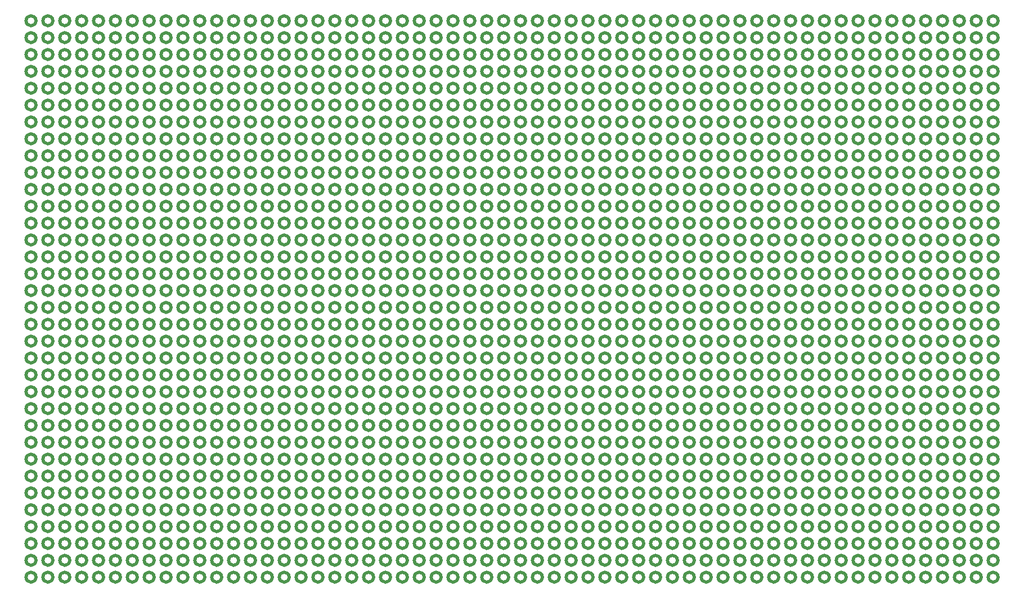
<source format=gts>
G04*
G04 #@! TF.GenerationSoftware,Altium Limited,Altium Designer,20.0.1 (14)*
G04*
G04 Layer_Color=8388736*
%FSLAX25Y25*%
%MOIN*%
G70*
G01*
G75*
%ADD10C,0.01937*%
D10*
X132937Y110000D02*
G03*
X132937Y110000I-2937J0D01*
G01*
X142937D02*
G03*
X142937Y110000I-2937J0D01*
G01*
X152937D02*
G03*
X152937Y110000I-2937J0D01*
G01*
X162937D02*
G03*
X162937Y110000I-2937J0D01*
G01*
X172937D02*
G03*
X172937Y110000I-2937J0D01*
G01*
X182937D02*
G03*
X182937Y110000I-2937J0D01*
G01*
X192937D02*
G03*
X192937Y110000I-2937J0D01*
G01*
X262937D02*
G03*
X262937Y110000I-2937J0D01*
G01*
X252937D02*
G03*
X252937Y110000I-2937J0D01*
G01*
X242937D02*
G03*
X242937Y110000I-2937J0D01*
G01*
X232937D02*
G03*
X232937Y110000I-2937J0D01*
G01*
X222937D02*
G03*
X222937Y110000I-2937J0D01*
G01*
X212937D02*
G03*
X212937Y110000I-2937J0D01*
G01*
X202937D02*
G03*
X202937Y110000I-2937J0D01*
G01*
X332937D02*
G03*
X332937Y110000I-2937J0D01*
G01*
X322937D02*
G03*
X322937Y110000I-2937J0D01*
G01*
X312937D02*
G03*
X312937Y110000I-2937J0D01*
G01*
X302937D02*
G03*
X302937Y110000I-2937J0D01*
G01*
X292937D02*
G03*
X292937Y110000I-2937J0D01*
G01*
X282937D02*
G03*
X282937Y110000I-2937J0D01*
G01*
X272937D02*
G03*
X272937Y110000I-2937J0D01*
G01*
X402937D02*
G03*
X402937Y110000I-2937J0D01*
G01*
X392937D02*
G03*
X392937Y110000I-2937J0D01*
G01*
X382937D02*
G03*
X382937Y110000I-2937J0D01*
G01*
X372937D02*
G03*
X372937Y110000I-2937J0D01*
G01*
X362937D02*
G03*
X362937Y110000I-2937J0D01*
G01*
X352937D02*
G03*
X352937Y110000I-2937J0D01*
G01*
X342937D02*
G03*
X342937Y110000I-2937J0D01*
G01*
X472937D02*
G03*
X472937Y110000I-2937J0D01*
G01*
X462937D02*
G03*
X462937Y110000I-2937J0D01*
G01*
X452937D02*
G03*
X452937Y110000I-2937J0D01*
G01*
X442937D02*
G03*
X442937Y110000I-2937J0D01*
G01*
X432937D02*
G03*
X432937Y110000I-2937J0D01*
G01*
X422937D02*
G03*
X422937Y110000I-2937J0D01*
G01*
X412937D02*
G03*
X412937Y110000I-2937J0D01*
G01*
X542937D02*
G03*
X542937Y110000I-2937J0D01*
G01*
X532937D02*
G03*
X532937Y110000I-2937J0D01*
G01*
X522937D02*
G03*
X522937Y110000I-2937J0D01*
G01*
X512937D02*
G03*
X512937Y110000I-2937J0D01*
G01*
X502937D02*
G03*
X502937Y110000I-2937J0D01*
G01*
X492937D02*
G03*
X492937Y110000I-2937J0D01*
G01*
X482937D02*
G03*
X482937Y110000I-2937J0D01*
G01*
X612937D02*
G03*
X612937Y110000I-2937J0D01*
G01*
X602937D02*
G03*
X602937Y110000I-2937J0D01*
G01*
X592937D02*
G03*
X592937Y110000I-2937J0D01*
G01*
X582937D02*
G03*
X582937Y110000I-2937J0D01*
G01*
X572937D02*
G03*
X572937Y110000I-2937J0D01*
G01*
X562937D02*
G03*
X562937Y110000I-2937J0D01*
G01*
X552937D02*
G03*
X552937Y110000I-2937J0D01*
G01*
X682937D02*
G03*
X682937Y110000I-2937J0D01*
G01*
X672937D02*
G03*
X672937Y110000I-2937J0D01*
G01*
X662937D02*
G03*
X662937Y110000I-2937J0D01*
G01*
X652937D02*
G03*
X652937Y110000I-2937J0D01*
G01*
X642937D02*
G03*
X642937Y110000I-2937J0D01*
G01*
X632937D02*
G03*
X632937Y110000I-2937J0D01*
G01*
X622937D02*
G03*
X622937Y110000I-2937J0D01*
G01*
X692937D02*
G03*
X692937Y110000I-2937J0D01*
G01*
X702937D02*
G03*
X702937Y110000I-2937J0D01*
G01*
X132937Y120000D02*
G03*
X132937Y120000I-2937J0D01*
G01*
X142937D02*
G03*
X142937Y120000I-2937J0D01*
G01*
X152937D02*
G03*
X152937Y120000I-2937J0D01*
G01*
X162937D02*
G03*
X162937Y120000I-2937J0D01*
G01*
X172937D02*
G03*
X172937Y120000I-2937J0D01*
G01*
X182937D02*
G03*
X182937Y120000I-2937J0D01*
G01*
X192937D02*
G03*
X192937Y120000I-2937J0D01*
G01*
X262937D02*
G03*
X262937Y120000I-2937J0D01*
G01*
X252937D02*
G03*
X252937Y120000I-2937J0D01*
G01*
X242937D02*
G03*
X242937Y120000I-2937J0D01*
G01*
X232937D02*
G03*
X232937Y120000I-2937J0D01*
G01*
X222937D02*
G03*
X222937Y120000I-2937J0D01*
G01*
X212937D02*
G03*
X212937Y120000I-2937J0D01*
G01*
X202937D02*
G03*
X202937Y120000I-2937J0D01*
G01*
X332937D02*
G03*
X332937Y120000I-2937J0D01*
G01*
X322937D02*
G03*
X322937Y120000I-2937J0D01*
G01*
X312937D02*
G03*
X312937Y120000I-2937J0D01*
G01*
X302937D02*
G03*
X302937Y120000I-2937J0D01*
G01*
X292937D02*
G03*
X292937Y120000I-2937J0D01*
G01*
X282937D02*
G03*
X282937Y120000I-2937J0D01*
G01*
X272937D02*
G03*
X272937Y120000I-2937J0D01*
G01*
X402937D02*
G03*
X402937Y120000I-2937J0D01*
G01*
X392937D02*
G03*
X392937Y120000I-2937J0D01*
G01*
X382937D02*
G03*
X382937Y120000I-2937J0D01*
G01*
X372937D02*
G03*
X372937Y120000I-2937J0D01*
G01*
X362937D02*
G03*
X362937Y120000I-2937J0D01*
G01*
X352937D02*
G03*
X352937Y120000I-2937J0D01*
G01*
X342937D02*
G03*
X342937Y120000I-2937J0D01*
G01*
X472937D02*
G03*
X472937Y120000I-2937J0D01*
G01*
X462937D02*
G03*
X462937Y120000I-2937J0D01*
G01*
X452937D02*
G03*
X452937Y120000I-2937J0D01*
G01*
X442937D02*
G03*
X442937Y120000I-2937J0D01*
G01*
X432937D02*
G03*
X432937Y120000I-2937J0D01*
G01*
X422937D02*
G03*
X422937Y120000I-2937J0D01*
G01*
X412937D02*
G03*
X412937Y120000I-2937J0D01*
G01*
X542937D02*
G03*
X542937Y120000I-2937J0D01*
G01*
X532937D02*
G03*
X532937Y120000I-2937J0D01*
G01*
X522937D02*
G03*
X522937Y120000I-2937J0D01*
G01*
X512937D02*
G03*
X512937Y120000I-2937J0D01*
G01*
X502937D02*
G03*
X502937Y120000I-2937J0D01*
G01*
X492937D02*
G03*
X492937Y120000I-2937J0D01*
G01*
X482937D02*
G03*
X482937Y120000I-2937J0D01*
G01*
X612937D02*
G03*
X612937Y120000I-2937J0D01*
G01*
X602937D02*
G03*
X602937Y120000I-2937J0D01*
G01*
X592937D02*
G03*
X592937Y120000I-2937J0D01*
G01*
X582937D02*
G03*
X582937Y120000I-2937J0D01*
G01*
X572937D02*
G03*
X572937Y120000I-2937J0D01*
G01*
X562937D02*
G03*
X562937Y120000I-2937J0D01*
G01*
X552937D02*
G03*
X552937Y120000I-2937J0D01*
G01*
X682937D02*
G03*
X682937Y120000I-2937J0D01*
G01*
X672937D02*
G03*
X672937Y120000I-2937J0D01*
G01*
X662937D02*
G03*
X662937Y120000I-2937J0D01*
G01*
X652937D02*
G03*
X652937Y120000I-2937J0D01*
G01*
X642937D02*
G03*
X642937Y120000I-2937J0D01*
G01*
X632937D02*
G03*
X632937Y120000I-2937J0D01*
G01*
X622937D02*
G03*
X622937Y120000I-2937J0D01*
G01*
X692937D02*
G03*
X692937Y120000I-2937J0D01*
G01*
X702937D02*
G03*
X702937Y120000I-2937J0D01*
G01*
X132937Y160000D02*
G03*
X132937Y160000I-2937J0D01*
G01*
X142937D02*
G03*
X142937Y160000I-2937J0D01*
G01*
X152937D02*
G03*
X152937Y160000I-2937J0D01*
G01*
X162937D02*
G03*
X162937Y160000I-2937J0D01*
G01*
X172937D02*
G03*
X172937Y160000I-2937J0D01*
G01*
X182937D02*
G03*
X182937Y160000I-2937J0D01*
G01*
X192937D02*
G03*
X192937Y160000I-2937J0D01*
G01*
X262937D02*
G03*
X262937Y160000I-2937J0D01*
G01*
X252937D02*
G03*
X252937Y160000I-2937J0D01*
G01*
X242937D02*
G03*
X242937Y160000I-2937J0D01*
G01*
X232937D02*
G03*
X232937Y160000I-2937J0D01*
G01*
X222937D02*
G03*
X222937Y160000I-2937J0D01*
G01*
X212937D02*
G03*
X212937Y160000I-2937J0D01*
G01*
X202937D02*
G03*
X202937Y160000I-2937J0D01*
G01*
X332937D02*
G03*
X332937Y160000I-2937J0D01*
G01*
X322937D02*
G03*
X322937Y160000I-2937J0D01*
G01*
X312937D02*
G03*
X312937Y160000I-2937J0D01*
G01*
X302937D02*
G03*
X302937Y160000I-2937J0D01*
G01*
X292937D02*
G03*
X292937Y160000I-2937J0D01*
G01*
X282937D02*
G03*
X282937Y160000I-2937J0D01*
G01*
X272937D02*
G03*
X272937Y160000I-2937J0D01*
G01*
X402937D02*
G03*
X402937Y160000I-2937J0D01*
G01*
X392937D02*
G03*
X392937Y160000I-2937J0D01*
G01*
X382937D02*
G03*
X382937Y160000I-2937J0D01*
G01*
X372937D02*
G03*
X372937Y160000I-2937J0D01*
G01*
X362937D02*
G03*
X362937Y160000I-2937J0D01*
G01*
X352937D02*
G03*
X352937Y160000I-2937J0D01*
G01*
X342937D02*
G03*
X342937Y160000I-2937J0D01*
G01*
X472937D02*
G03*
X472937Y160000I-2937J0D01*
G01*
X462937D02*
G03*
X462937Y160000I-2937J0D01*
G01*
X452937D02*
G03*
X452937Y160000I-2937J0D01*
G01*
X442937D02*
G03*
X442937Y160000I-2937J0D01*
G01*
X432937D02*
G03*
X432937Y160000I-2937J0D01*
G01*
X422937D02*
G03*
X422937Y160000I-2937J0D01*
G01*
X412937D02*
G03*
X412937Y160000I-2937J0D01*
G01*
X542937D02*
G03*
X542937Y160000I-2937J0D01*
G01*
X532937D02*
G03*
X532937Y160000I-2937J0D01*
G01*
X522937D02*
G03*
X522937Y160000I-2937J0D01*
G01*
X512937D02*
G03*
X512937Y160000I-2937J0D01*
G01*
X502937D02*
G03*
X502937Y160000I-2937J0D01*
G01*
X492937D02*
G03*
X492937Y160000I-2937J0D01*
G01*
X482937D02*
G03*
X482937Y160000I-2937J0D01*
G01*
X612937D02*
G03*
X612937Y160000I-2937J0D01*
G01*
X602937D02*
G03*
X602937Y160000I-2937J0D01*
G01*
X592937D02*
G03*
X592937Y160000I-2937J0D01*
G01*
X582937D02*
G03*
X582937Y160000I-2937J0D01*
G01*
X572937D02*
G03*
X572937Y160000I-2937J0D01*
G01*
X562937D02*
G03*
X562937Y160000I-2937J0D01*
G01*
X552937D02*
G03*
X552937Y160000I-2937J0D01*
G01*
X682937D02*
G03*
X682937Y160000I-2937J0D01*
G01*
X672937D02*
G03*
X672937Y160000I-2937J0D01*
G01*
X662937D02*
G03*
X662937Y160000I-2937J0D01*
G01*
X652937D02*
G03*
X652937Y160000I-2937J0D01*
G01*
X642937D02*
G03*
X642937Y160000I-2937J0D01*
G01*
X632937D02*
G03*
X632937Y160000I-2937J0D01*
G01*
X622937D02*
G03*
X622937Y160000I-2937J0D01*
G01*
X692937D02*
G03*
X692937Y160000I-2937J0D01*
G01*
X702937D02*
G03*
X702937Y160000I-2937J0D01*
G01*
Y150000D02*
G03*
X702937Y150000I-2937J0D01*
G01*
X692937D02*
G03*
X692937Y150000I-2937J0D01*
G01*
X622937D02*
G03*
X622937Y150000I-2937J0D01*
G01*
X632937D02*
G03*
X632937Y150000I-2937J0D01*
G01*
X642937D02*
G03*
X642937Y150000I-2937J0D01*
G01*
X652937D02*
G03*
X652937Y150000I-2937J0D01*
G01*
X662937D02*
G03*
X662937Y150000I-2937J0D01*
G01*
X672937D02*
G03*
X672937Y150000I-2937J0D01*
G01*
X682937D02*
G03*
X682937Y150000I-2937J0D01*
G01*
X552937D02*
G03*
X552937Y150000I-2937J0D01*
G01*
X562937D02*
G03*
X562937Y150000I-2937J0D01*
G01*
X572937D02*
G03*
X572937Y150000I-2937J0D01*
G01*
X582937D02*
G03*
X582937Y150000I-2937J0D01*
G01*
X592937D02*
G03*
X592937Y150000I-2937J0D01*
G01*
X602937D02*
G03*
X602937Y150000I-2937J0D01*
G01*
X612937D02*
G03*
X612937Y150000I-2937J0D01*
G01*
X482937D02*
G03*
X482937Y150000I-2937J0D01*
G01*
X492937D02*
G03*
X492937Y150000I-2937J0D01*
G01*
X502937D02*
G03*
X502937Y150000I-2937J0D01*
G01*
X512937D02*
G03*
X512937Y150000I-2937J0D01*
G01*
X522937D02*
G03*
X522937Y150000I-2937J0D01*
G01*
X532937D02*
G03*
X532937Y150000I-2937J0D01*
G01*
X542937D02*
G03*
X542937Y150000I-2937J0D01*
G01*
X412937D02*
G03*
X412937Y150000I-2937J0D01*
G01*
X422937D02*
G03*
X422937Y150000I-2937J0D01*
G01*
X432937D02*
G03*
X432937Y150000I-2937J0D01*
G01*
X442937D02*
G03*
X442937Y150000I-2937J0D01*
G01*
X452937D02*
G03*
X452937Y150000I-2937J0D01*
G01*
X462937D02*
G03*
X462937Y150000I-2937J0D01*
G01*
X472937D02*
G03*
X472937Y150000I-2937J0D01*
G01*
X342937D02*
G03*
X342937Y150000I-2937J0D01*
G01*
X352937D02*
G03*
X352937Y150000I-2937J0D01*
G01*
X362937D02*
G03*
X362937Y150000I-2937J0D01*
G01*
X372937D02*
G03*
X372937Y150000I-2937J0D01*
G01*
X382937D02*
G03*
X382937Y150000I-2937J0D01*
G01*
X392937D02*
G03*
X392937Y150000I-2937J0D01*
G01*
X402937D02*
G03*
X402937Y150000I-2937J0D01*
G01*
X272937D02*
G03*
X272937Y150000I-2937J0D01*
G01*
X282937D02*
G03*
X282937Y150000I-2937J0D01*
G01*
X292937D02*
G03*
X292937Y150000I-2937J0D01*
G01*
X302937D02*
G03*
X302937Y150000I-2937J0D01*
G01*
X312937D02*
G03*
X312937Y150000I-2937J0D01*
G01*
X322937D02*
G03*
X322937Y150000I-2937J0D01*
G01*
X332937D02*
G03*
X332937Y150000I-2937J0D01*
G01*
X202937D02*
G03*
X202937Y150000I-2937J0D01*
G01*
X212937D02*
G03*
X212937Y150000I-2937J0D01*
G01*
X222937D02*
G03*
X222937Y150000I-2937J0D01*
G01*
X232937D02*
G03*
X232937Y150000I-2937J0D01*
G01*
X242937D02*
G03*
X242937Y150000I-2937J0D01*
G01*
X252937D02*
G03*
X252937Y150000I-2937J0D01*
G01*
X262937D02*
G03*
X262937Y150000I-2937J0D01*
G01*
X192937D02*
G03*
X192937Y150000I-2937J0D01*
G01*
X182937D02*
G03*
X182937Y150000I-2937J0D01*
G01*
X172937D02*
G03*
X172937Y150000I-2937J0D01*
G01*
X162937D02*
G03*
X162937Y150000I-2937J0D01*
G01*
X152937D02*
G03*
X152937Y150000I-2937J0D01*
G01*
X142937D02*
G03*
X142937Y150000I-2937J0D01*
G01*
X132937D02*
G03*
X132937Y150000I-2937J0D01*
G01*
X702937Y140000D02*
G03*
X702937Y140000I-2937J0D01*
G01*
X692937D02*
G03*
X692937Y140000I-2937J0D01*
G01*
X622937D02*
G03*
X622937Y140000I-2937J0D01*
G01*
X632937D02*
G03*
X632937Y140000I-2937J0D01*
G01*
X642937D02*
G03*
X642937Y140000I-2937J0D01*
G01*
X652937D02*
G03*
X652937Y140000I-2937J0D01*
G01*
X662937D02*
G03*
X662937Y140000I-2937J0D01*
G01*
X672937D02*
G03*
X672937Y140000I-2937J0D01*
G01*
X682937D02*
G03*
X682937Y140000I-2937J0D01*
G01*
X552937D02*
G03*
X552937Y140000I-2937J0D01*
G01*
X562937D02*
G03*
X562937Y140000I-2937J0D01*
G01*
X572937D02*
G03*
X572937Y140000I-2937J0D01*
G01*
X582937D02*
G03*
X582937Y140000I-2937J0D01*
G01*
X592937D02*
G03*
X592937Y140000I-2937J0D01*
G01*
X602937D02*
G03*
X602937Y140000I-2937J0D01*
G01*
X612937D02*
G03*
X612937Y140000I-2937J0D01*
G01*
X482937D02*
G03*
X482937Y140000I-2937J0D01*
G01*
X492937D02*
G03*
X492937Y140000I-2937J0D01*
G01*
X502937D02*
G03*
X502937Y140000I-2937J0D01*
G01*
X512937D02*
G03*
X512937Y140000I-2937J0D01*
G01*
X522937D02*
G03*
X522937Y140000I-2937J0D01*
G01*
X532937D02*
G03*
X532937Y140000I-2937J0D01*
G01*
X542937D02*
G03*
X542937Y140000I-2937J0D01*
G01*
X412937D02*
G03*
X412937Y140000I-2937J0D01*
G01*
X422937D02*
G03*
X422937Y140000I-2937J0D01*
G01*
X432937D02*
G03*
X432937Y140000I-2937J0D01*
G01*
X442937D02*
G03*
X442937Y140000I-2937J0D01*
G01*
X452937D02*
G03*
X452937Y140000I-2937J0D01*
G01*
X462937D02*
G03*
X462937Y140000I-2937J0D01*
G01*
X472937D02*
G03*
X472937Y140000I-2937J0D01*
G01*
X342937D02*
G03*
X342937Y140000I-2937J0D01*
G01*
X352937D02*
G03*
X352937Y140000I-2937J0D01*
G01*
X362937D02*
G03*
X362937Y140000I-2937J0D01*
G01*
X372937D02*
G03*
X372937Y140000I-2937J0D01*
G01*
X382937D02*
G03*
X382937Y140000I-2937J0D01*
G01*
X392937D02*
G03*
X392937Y140000I-2937J0D01*
G01*
X402937D02*
G03*
X402937Y140000I-2937J0D01*
G01*
X272937D02*
G03*
X272937Y140000I-2937J0D01*
G01*
X282937D02*
G03*
X282937Y140000I-2937J0D01*
G01*
X292937D02*
G03*
X292937Y140000I-2937J0D01*
G01*
X302937D02*
G03*
X302937Y140000I-2937J0D01*
G01*
X312937D02*
G03*
X312937Y140000I-2937J0D01*
G01*
X322937D02*
G03*
X322937Y140000I-2937J0D01*
G01*
X332937D02*
G03*
X332937Y140000I-2937J0D01*
G01*
X202937D02*
G03*
X202937Y140000I-2937J0D01*
G01*
X212937D02*
G03*
X212937Y140000I-2937J0D01*
G01*
X222937D02*
G03*
X222937Y140000I-2937J0D01*
G01*
X232937D02*
G03*
X232937Y140000I-2937J0D01*
G01*
X242937D02*
G03*
X242937Y140000I-2937J0D01*
G01*
X252937D02*
G03*
X252937Y140000I-2937J0D01*
G01*
X262937D02*
G03*
X262937Y140000I-2937J0D01*
G01*
X192937D02*
G03*
X192937Y140000I-2937J0D01*
G01*
X182937D02*
G03*
X182937Y140000I-2937J0D01*
G01*
X172937D02*
G03*
X172937Y140000I-2937J0D01*
G01*
X162937D02*
G03*
X162937Y140000I-2937J0D01*
G01*
X152937D02*
G03*
X152937Y140000I-2937J0D01*
G01*
X142937D02*
G03*
X142937Y140000I-2937J0D01*
G01*
X132937D02*
G03*
X132937Y140000I-2937J0D01*
G01*
X702937Y130000D02*
G03*
X702937Y130000I-2937J0D01*
G01*
X692937D02*
G03*
X692937Y130000I-2937J0D01*
G01*
X622937D02*
G03*
X622937Y130000I-2937J0D01*
G01*
X632937D02*
G03*
X632937Y130000I-2937J0D01*
G01*
X642937D02*
G03*
X642937Y130000I-2937J0D01*
G01*
X652937D02*
G03*
X652937Y130000I-2937J0D01*
G01*
X662937D02*
G03*
X662937Y130000I-2937J0D01*
G01*
X672937D02*
G03*
X672937Y130000I-2937J0D01*
G01*
X682937D02*
G03*
X682937Y130000I-2937J0D01*
G01*
X552937D02*
G03*
X552937Y130000I-2937J0D01*
G01*
X562937D02*
G03*
X562937Y130000I-2937J0D01*
G01*
X572937D02*
G03*
X572937Y130000I-2937J0D01*
G01*
X582937D02*
G03*
X582937Y130000I-2937J0D01*
G01*
X592937D02*
G03*
X592937Y130000I-2937J0D01*
G01*
X602937D02*
G03*
X602937Y130000I-2937J0D01*
G01*
X612937D02*
G03*
X612937Y130000I-2937J0D01*
G01*
X482937D02*
G03*
X482937Y130000I-2937J0D01*
G01*
X492937D02*
G03*
X492937Y130000I-2937J0D01*
G01*
X502937D02*
G03*
X502937Y130000I-2937J0D01*
G01*
X512937D02*
G03*
X512937Y130000I-2937J0D01*
G01*
X522937D02*
G03*
X522937Y130000I-2937J0D01*
G01*
X532937D02*
G03*
X532937Y130000I-2937J0D01*
G01*
X542937D02*
G03*
X542937Y130000I-2937J0D01*
G01*
X412937D02*
G03*
X412937Y130000I-2937J0D01*
G01*
X422937D02*
G03*
X422937Y130000I-2937J0D01*
G01*
X432937D02*
G03*
X432937Y130000I-2937J0D01*
G01*
X442937D02*
G03*
X442937Y130000I-2937J0D01*
G01*
X452937D02*
G03*
X452937Y130000I-2937J0D01*
G01*
X462937D02*
G03*
X462937Y130000I-2937J0D01*
G01*
X472937D02*
G03*
X472937Y130000I-2937J0D01*
G01*
X342937D02*
G03*
X342937Y130000I-2937J0D01*
G01*
X352937D02*
G03*
X352937Y130000I-2937J0D01*
G01*
X362937D02*
G03*
X362937Y130000I-2937J0D01*
G01*
X372937D02*
G03*
X372937Y130000I-2937J0D01*
G01*
X382937D02*
G03*
X382937Y130000I-2937J0D01*
G01*
X392937D02*
G03*
X392937Y130000I-2937J0D01*
G01*
X402937D02*
G03*
X402937Y130000I-2937J0D01*
G01*
X272937D02*
G03*
X272937Y130000I-2937J0D01*
G01*
X282937D02*
G03*
X282937Y130000I-2937J0D01*
G01*
X292937D02*
G03*
X292937Y130000I-2937J0D01*
G01*
X302937D02*
G03*
X302937Y130000I-2937J0D01*
G01*
X312937D02*
G03*
X312937Y130000I-2937J0D01*
G01*
X322937D02*
G03*
X322937Y130000I-2937J0D01*
G01*
X332937D02*
G03*
X332937Y130000I-2937J0D01*
G01*
X202937D02*
G03*
X202937Y130000I-2937J0D01*
G01*
X212937D02*
G03*
X212937Y130000I-2937J0D01*
G01*
X222937D02*
G03*
X222937Y130000I-2937J0D01*
G01*
X232937D02*
G03*
X232937Y130000I-2937J0D01*
G01*
X242937D02*
G03*
X242937Y130000I-2937J0D01*
G01*
X252937D02*
G03*
X252937Y130000I-2937J0D01*
G01*
X262937D02*
G03*
X262937Y130000I-2937J0D01*
G01*
X192937D02*
G03*
X192937Y130000I-2937J0D01*
G01*
X182937D02*
G03*
X182937Y130000I-2937J0D01*
G01*
X172937D02*
G03*
X172937Y130000I-2937J0D01*
G01*
X162937D02*
G03*
X162937Y130000I-2937J0D01*
G01*
X152937D02*
G03*
X152937Y130000I-2937J0D01*
G01*
X142937D02*
G03*
X142937Y130000I-2937J0D01*
G01*
X132937D02*
G03*
X132937Y130000I-2937J0D01*
G01*
Y200000D02*
G03*
X132937Y200000I-2937J0D01*
G01*
X142937D02*
G03*
X142937Y200000I-2937J0D01*
G01*
X152937D02*
G03*
X152937Y200000I-2937J0D01*
G01*
X162937D02*
G03*
X162937Y200000I-2937J0D01*
G01*
X172937D02*
G03*
X172937Y200000I-2937J0D01*
G01*
X182937D02*
G03*
X182937Y200000I-2937J0D01*
G01*
X192937D02*
G03*
X192937Y200000I-2937J0D01*
G01*
X262937D02*
G03*
X262937Y200000I-2937J0D01*
G01*
X252937D02*
G03*
X252937Y200000I-2937J0D01*
G01*
X242937D02*
G03*
X242937Y200000I-2937J0D01*
G01*
X232937D02*
G03*
X232937Y200000I-2937J0D01*
G01*
X222937D02*
G03*
X222937Y200000I-2937J0D01*
G01*
X212937D02*
G03*
X212937Y200000I-2937J0D01*
G01*
X202937D02*
G03*
X202937Y200000I-2937J0D01*
G01*
X332937D02*
G03*
X332937Y200000I-2937J0D01*
G01*
X322937D02*
G03*
X322937Y200000I-2937J0D01*
G01*
X312937D02*
G03*
X312937Y200000I-2937J0D01*
G01*
X302937D02*
G03*
X302937Y200000I-2937J0D01*
G01*
X292937D02*
G03*
X292937Y200000I-2937J0D01*
G01*
X282937D02*
G03*
X282937Y200000I-2937J0D01*
G01*
X272937D02*
G03*
X272937Y200000I-2937J0D01*
G01*
X402937D02*
G03*
X402937Y200000I-2937J0D01*
G01*
X392937D02*
G03*
X392937Y200000I-2937J0D01*
G01*
X382937D02*
G03*
X382937Y200000I-2937J0D01*
G01*
X372937D02*
G03*
X372937Y200000I-2937J0D01*
G01*
X362937D02*
G03*
X362937Y200000I-2937J0D01*
G01*
X352937D02*
G03*
X352937Y200000I-2937J0D01*
G01*
X342937D02*
G03*
X342937Y200000I-2937J0D01*
G01*
X472937D02*
G03*
X472937Y200000I-2937J0D01*
G01*
X462937D02*
G03*
X462937Y200000I-2937J0D01*
G01*
X452937D02*
G03*
X452937Y200000I-2937J0D01*
G01*
X442937D02*
G03*
X442937Y200000I-2937J0D01*
G01*
X432937D02*
G03*
X432937Y200000I-2937J0D01*
G01*
X422937D02*
G03*
X422937Y200000I-2937J0D01*
G01*
X412937D02*
G03*
X412937Y200000I-2937J0D01*
G01*
X542937D02*
G03*
X542937Y200000I-2937J0D01*
G01*
X532937D02*
G03*
X532937Y200000I-2937J0D01*
G01*
X522937D02*
G03*
X522937Y200000I-2937J0D01*
G01*
X512937D02*
G03*
X512937Y200000I-2937J0D01*
G01*
X502937D02*
G03*
X502937Y200000I-2937J0D01*
G01*
X492937D02*
G03*
X492937Y200000I-2937J0D01*
G01*
X482937D02*
G03*
X482937Y200000I-2937J0D01*
G01*
X612937D02*
G03*
X612937Y200000I-2937J0D01*
G01*
X602937D02*
G03*
X602937Y200000I-2937J0D01*
G01*
X592937D02*
G03*
X592937Y200000I-2937J0D01*
G01*
X582937D02*
G03*
X582937Y200000I-2937J0D01*
G01*
X572937D02*
G03*
X572937Y200000I-2937J0D01*
G01*
X562937D02*
G03*
X562937Y200000I-2937J0D01*
G01*
X552937D02*
G03*
X552937Y200000I-2937J0D01*
G01*
X682937D02*
G03*
X682937Y200000I-2937J0D01*
G01*
X672937D02*
G03*
X672937Y200000I-2937J0D01*
G01*
X662937D02*
G03*
X662937Y200000I-2937J0D01*
G01*
X652937D02*
G03*
X652937Y200000I-2937J0D01*
G01*
X642937D02*
G03*
X642937Y200000I-2937J0D01*
G01*
X632937D02*
G03*
X632937Y200000I-2937J0D01*
G01*
X622937D02*
G03*
X622937Y200000I-2937J0D01*
G01*
X692937D02*
G03*
X692937Y200000I-2937J0D01*
G01*
X702937D02*
G03*
X702937Y200000I-2937J0D01*
G01*
Y190000D02*
G03*
X702937Y190000I-2937J0D01*
G01*
X692937D02*
G03*
X692937Y190000I-2937J0D01*
G01*
X622937D02*
G03*
X622937Y190000I-2937J0D01*
G01*
X632937D02*
G03*
X632937Y190000I-2937J0D01*
G01*
X642937D02*
G03*
X642937Y190000I-2937J0D01*
G01*
X652937D02*
G03*
X652937Y190000I-2937J0D01*
G01*
X662937D02*
G03*
X662937Y190000I-2937J0D01*
G01*
X672937D02*
G03*
X672937Y190000I-2937J0D01*
G01*
X682937D02*
G03*
X682937Y190000I-2937J0D01*
G01*
X552937D02*
G03*
X552937Y190000I-2937J0D01*
G01*
X562937D02*
G03*
X562937Y190000I-2937J0D01*
G01*
X572937D02*
G03*
X572937Y190000I-2937J0D01*
G01*
X582937D02*
G03*
X582937Y190000I-2937J0D01*
G01*
X592937D02*
G03*
X592937Y190000I-2937J0D01*
G01*
X602937D02*
G03*
X602937Y190000I-2937J0D01*
G01*
X612937D02*
G03*
X612937Y190000I-2937J0D01*
G01*
X482937D02*
G03*
X482937Y190000I-2937J0D01*
G01*
X492937D02*
G03*
X492937Y190000I-2937J0D01*
G01*
X502937D02*
G03*
X502937Y190000I-2937J0D01*
G01*
X512937D02*
G03*
X512937Y190000I-2937J0D01*
G01*
X522937D02*
G03*
X522937Y190000I-2937J0D01*
G01*
X532937D02*
G03*
X532937Y190000I-2937J0D01*
G01*
X542937D02*
G03*
X542937Y190000I-2937J0D01*
G01*
X412937D02*
G03*
X412937Y190000I-2937J0D01*
G01*
X422937D02*
G03*
X422937Y190000I-2937J0D01*
G01*
X432937D02*
G03*
X432937Y190000I-2937J0D01*
G01*
X442937D02*
G03*
X442937Y190000I-2937J0D01*
G01*
X452937D02*
G03*
X452937Y190000I-2937J0D01*
G01*
X462937D02*
G03*
X462937Y190000I-2937J0D01*
G01*
X472937D02*
G03*
X472937Y190000I-2937J0D01*
G01*
X342937D02*
G03*
X342937Y190000I-2937J0D01*
G01*
X352937D02*
G03*
X352937Y190000I-2937J0D01*
G01*
X362937D02*
G03*
X362937Y190000I-2937J0D01*
G01*
X372937D02*
G03*
X372937Y190000I-2937J0D01*
G01*
X382937D02*
G03*
X382937Y190000I-2937J0D01*
G01*
X392937D02*
G03*
X392937Y190000I-2937J0D01*
G01*
X402937D02*
G03*
X402937Y190000I-2937J0D01*
G01*
X272937D02*
G03*
X272937Y190000I-2937J0D01*
G01*
X282937D02*
G03*
X282937Y190000I-2937J0D01*
G01*
X292937D02*
G03*
X292937Y190000I-2937J0D01*
G01*
X302937D02*
G03*
X302937Y190000I-2937J0D01*
G01*
X312937D02*
G03*
X312937Y190000I-2937J0D01*
G01*
X322937D02*
G03*
X322937Y190000I-2937J0D01*
G01*
X332937D02*
G03*
X332937Y190000I-2937J0D01*
G01*
X202937D02*
G03*
X202937Y190000I-2937J0D01*
G01*
X212937D02*
G03*
X212937Y190000I-2937J0D01*
G01*
X222937D02*
G03*
X222937Y190000I-2937J0D01*
G01*
X232937D02*
G03*
X232937Y190000I-2937J0D01*
G01*
X242937D02*
G03*
X242937Y190000I-2937J0D01*
G01*
X252937D02*
G03*
X252937Y190000I-2937J0D01*
G01*
X262937D02*
G03*
X262937Y190000I-2937J0D01*
G01*
X192937D02*
G03*
X192937Y190000I-2937J0D01*
G01*
X182937D02*
G03*
X182937Y190000I-2937J0D01*
G01*
X172937D02*
G03*
X172937Y190000I-2937J0D01*
G01*
X162937D02*
G03*
X162937Y190000I-2937J0D01*
G01*
X152937D02*
G03*
X152937Y190000I-2937J0D01*
G01*
X142937D02*
G03*
X142937Y190000I-2937J0D01*
G01*
X132937D02*
G03*
X132937Y190000I-2937J0D01*
G01*
X702937Y180000D02*
G03*
X702937Y180000I-2937J0D01*
G01*
X692937D02*
G03*
X692937Y180000I-2937J0D01*
G01*
X622937D02*
G03*
X622937Y180000I-2937J0D01*
G01*
X632937D02*
G03*
X632937Y180000I-2937J0D01*
G01*
X642937D02*
G03*
X642937Y180000I-2937J0D01*
G01*
X652937D02*
G03*
X652937Y180000I-2937J0D01*
G01*
X662937D02*
G03*
X662937Y180000I-2937J0D01*
G01*
X672937D02*
G03*
X672937Y180000I-2937J0D01*
G01*
X682937D02*
G03*
X682937Y180000I-2937J0D01*
G01*
X552937D02*
G03*
X552937Y180000I-2937J0D01*
G01*
X562937D02*
G03*
X562937Y180000I-2937J0D01*
G01*
X572937D02*
G03*
X572937Y180000I-2937J0D01*
G01*
X582937D02*
G03*
X582937Y180000I-2937J0D01*
G01*
X592937D02*
G03*
X592937Y180000I-2937J0D01*
G01*
X602937D02*
G03*
X602937Y180000I-2937J0D01*
G01*
X612937D02*
G03*
X612937Y180000I-2937J0D01*
G01*
X482937D02*
G03*
X482937Y180000I-2937J0D01*
G01*
X492937D02*
G03*
X492937Y180000I-2937J0D01*
G01*
X502937D02*
G03*
X502937Y180000I-2937J0D01*
G01*
X512937D02*
G03*
X512937Y180000I-2937J0D01*
G01*
X522937D02*
G03*
X522937Y180000I-2937J0D01*
G01*
X532937D02*
G03*
X532937Y180000I-2937J0D01*
G01*
X542937D02*
G03*
X542937Y180000I-2937J0D01*
G01*
X412937D02*
G03*
X412937Y180000I-2937J0D01*
G01*
X422937D02*
G03*
X422937Y180000I-2937J0D01*
G01*
X432937D02*
G03*
X432937Y180000I-2937J0D01*
G01*
X442937D02*
G03*
X442937Y180000I-2937J0D01*
G01*
X452937D02*
G03*
X452937Y180000I-2937J0D01*
G01*
X462937D02*
G03*
X462937Y180000I-2937J0D01*
G01*
X472937D02*
G03*
X472937Y180000I-2937J0D01*
G01*
X342937D02*
G03*
X342937Y180000I-2937J0D01*
G01*
X352937D02*
G03*
X352937Y180000I-2937J0D01*
G01*
X362937D02*
G03*
X362937Y180000I-2937J0D01*
G01*
X372937D02*
G03*
X372937Y180000I-2937J0D01*
G01*
X382937D02*
G03*
X382937Y180000I-2937J0D01*
G01*
X392937D02*
G03*
X392937Y180000I-2937J0D01*
G01*
X402937D02*
G03*
X402937Y180000I-2937J0D01*
G01*
X272937D02*
G03*
X272937Y180000I-2937J0D01*
G01*
X282937D02*
G03*
X282937Y180000I-2937J0D01*
G01*
X292937D02*
G03*
X292937Y180000I-2937J0D01*
G01*
X302937D02*
G03*
X302937Y180000I-2937J0D01*
G01*
X312937D02*
G03*
X312937Y180000I-2937J0D01*
G01*
X322937D02*
G03*
X322937Y180000I-2937J0D01*
G01*
X332937D02*
G03*
X332937Y180000I-2937J0D01*
G01*
X202937D02*
G03*
X202937Y180000I-2937J0D01*
G01*
X212937D02*
G03*
X212937Y180000I-2937J0D01*
G01*
X222937D02*
G03*
X222937Y180000I-2937J0D01*
G01*
X232937D02*
G03*
X232937Y180000I-2937J0D01*
G01*
X242937D02*
G03*
X242937Y180000I-2937J0D01*
G01*
X252937D02*
G03*
X252937Y180000I-2937J0D01*
G01*
X262937D02*
G03*
X262937Y180000I-2937J0D01*
G01*
X192937D02*
G03*
X192937Y180000I-2937J0D01*
G01*
X182937D02*
G03*
X182937Y180000I-2937J0D01*
G01*
X172937D02*
G03*
X172937Y180000I-2937J0D01*
G01*
X162937D02*
G03*
X162937Y180000I-2937J0D01*
G01*
X152937D02*
G03*
X152937Y180000I-2937J0D01*
G01*
X142937D02*
G03*
X142937Y180000I-2937J0D01*
G01*
X132937D02*
G03*
X132937Y180000I-2937J0D01*
G01*
X702937Y170000D02*
G03*
X702937Y170000I-2937J0D01*
G01*
X692937D02*
G03*
X692937Y170000I-2937J0D01*
G01*
X622937D02*
G03*
X622937Y170000I-2937J0D01*
G01*
X632937D02*
G03*
X632937Y170000I-2937J0D01*
G01*
X642937D02*
G03*
X642937Y170000I-2937J0D01*
G01*
X652937D02*
G03*
X652937Y170000I-2937J0D01*
G01*
X662937D02*
G03*
X662937Y170000I-2937J0D01*
G01*
X672937D02*
G03*
X672937Y170000I-2937J0D01*
G01*
X682937D02*
G03*
X682937Y170000I-2937J0D01*
G01*
X552937D02*
G03*
X552937Y170000I-2937J0D01*
G01*
X562937D02*
G03*
X562937Y170000I-2937J0D01*
G01*
X572937D02*
G03*
X572937Y170000I-2937J0D01*
G01*
X582937D02*
G03*
X582937Y170000I-2937J0D01*
G01*
X592937D02*
G03*
X592937Y170000I-2937J0D01*
G01*
X602937D02*
G03*
X602937Y170000I-2937J0D01*
G01*
X612937D02*
G03*
X612937Y170000I-2937J0D01*
G01*
X482937D02*
G03*
X482937Y170000I-2937J0D01*
G01*
X492937D02*
G03*
X492937Y170000I-2937J0D01*
G01*
X502937D02*
G03*
X502937Y170000I-2937J0D01*
G01*
X512937D02*
G03*
X512937Y170000I-2937J0D01*
G01*
X522937D02*
G03*
X522937Y170000I-2937J0D01*
G01*
X532937D02*
G03*
X532937Y170000I-2937J0D01*
G01*
X542937D02*
G03*
X542937Y170000I-2937J0D01*
G01*
X412937D02*
G03*
X412937Y170000I-2937J0D01*
G01*
X422937D02*
G03*
X422937Y170000I-2937J0D01*
G01*
X432937D02*
G03*
X432937Y170000I-2937J0D01*
G01*
X442937D02*
G03*
X442937Y170000I-2937J0D01*
G01*
X452937D02*
G03*
X452937Y170000I-2937J0D01*
G01*
X462937D02*
G03*
X462937Y170000I-2937J0D01*
G01*
X472937D02*
G03*
X472937Y170000I-2937J0D01*
G01*
X342937D02*
G03*
X342937Y170000I-2937J0D01*
G01*
X352937D02*
G03*
X352937Y170000I-2937J0D01*
G01*
X362937D02*
G03*
X362937Y170000I-2937J0D01*
G01*
X372937D02*
G03*
X372937Y170000I-2937J0D01*
G01*
X382937D02*
G03*
X382937Y170000I-2937J0D01*
G01*
X392937D02*
G03*
X392937Y170000I-2937J0D01*
G01*
X402937D02*
G03*
X402937Y170000I-2937J0D01*
G01*
X272937D02*
G03*
X272937Y170000I-2937J0D01*
G01*
X282937D02*
G03*
X282937Y170000I-2937J0D01*
G01*
X292937D02*
G03*
X292937Y170000I-2937J0D01*
G01*
X302937D02*
G03*
X302937Y170000I-2937J0D01*
G01*
X312937D02*
G03*
X312937Y170000I-2937J0D01*
G01*
X322937D02*
G03*
X322937Y170000I-2937J0D01*
G01*
X332937D02*
G03*
X332937Y170000I-2937J0D01*
G01*
X202937D02*
G03*
X202937Y170000I-2937J0D01*
G01*
X212937D02*
G03*
X212937Y170000I-2937J0D01*
G01*
X222937D02*
G03*
X222937Y170000I-2937J0D01*
G01*
X232937D02*
G03*
X232937Y170000I-2937J0D01*
G01*
X242937D02*
G03*
X242937Y170000I-2937J0D01*
G01*
X252937D02*
G03*
X252937Y170000I-2937J0D01*
G01*
X262937D02*
G03*
X262937Y170000I-2937J0D01*
G01*
X192937D02*
G03*
X192937Y170000I-2937J0D01*
G01*
X182937D02*
G03*
X182937Y170000I-2937J0D01*
G01*
X172937D02*
G03*
X172937Y170000I-2937J0D01*
G01*
X162937D02*
G03*
X162937Y170000I-2937J0D01*
G01*
X152937D02*
G03*
X152937Y170000I-2937J0D01*
G01*
X142937D02*
G03*
X142937Y170000I-2937J0D01*
G01*
X132937D02*
G03*
X132937Y170000I-2937J0D01*
G01*
Y240000D02*
G03*
X132937Y240000I-2937J0D01*
G01*
X142937D02*
G03*
X142937Y240000I-2937J0D01*
G01*
X152937D02*
G03*
X152937Y240000I-2937J0D01*
G01*
X162937D02*
G03*
X162937Y240000I-2937J0D01*
G01*
X172937D02*
G03*
X172937Y240000I-2937J0D01*
G01*
X182937D02*
G03*
X182937Y240000I-2937J0D01*
G01*
X192937D02*
G03*
X192937Y240000I-2937J0D01*
G01*
X262937D02*
G03*
X262937Y240000I-2937J0D01*
G01*
X252937D02*
G03*
X252937Y240000I-2937J0D01*
G01*
X242937D02*
G03*
X242937Y240000I-2937J0D01*
G01*
X232937D02*
G03*
X232937Y240000I-2937J0D01*
G01*
X222937D02*
G03*
X222937Y240000I-2937J0D01*
G01*
X212937D02*
G03*
X212937Y240000I-2937J0D01*
G01*
X202937D02*
G03*
X202937Y240000I-2937J0D01*
G01*
X332937D02*
G03*
X332937Y240000I-2937J0D01*
G01*
X322937D02*
G03*
X322937Y240000I-2937J0D01*
G01*
X312937D02*
G03*
X312937Y240000I-2937J0D01*
G01*
X302937D02*
G03*
X302937Y240000I-2937J0D01*
G01*
X292937D02*
G03*
X292937Y240000I-2937J0D01*
G01*
X282937D02*
G03*
X282937Y240000I-2937J0D01*
G01*
X272937D02*
G03*
X272937Y240000I-2937J0D01*
G01*
X402937D02*
G03*
X402937Y240000I-2937J0D01*
G01*
X392937D02*
G03*
X392937Y240000I-2937J0D01*
G01*
X382937D02*
G03*
X382937Y240000I-2937J0D01*
G01*
X372937D02*
G03*
X372937Y240000I-2937J0D01*
G01*
X362937D02*
G03*
X362937Y240000I-2937J0D01*
G01*
X352937D02*
G03*
X352937Y240000I-2937J0D01*
G01*
X342937D02*
G03*
X342937Y240000I-2937J0D01*
G01*
X472937D02*
G03*
X472937Y240000I-2937J0D01*
G01*
X462937D02*
G03*
X462937Y240000I-2937J0D01*
G01*
X452937D02*
G03*
X452937Y240000I-2937J0D01*
G01*
X442937D02*
G03*
X442937Y240000I-2937J0D01*
G01*
X432937D02*
G03*
X432937Y240000I-2937J0D01*
G01*
X422937D02*
G03*
X422937Y240000I-2937J0D01*
G01*
X412937D02*
G03*
X412937Y240000I-2937J0D01*
G01*
X542937D02*
G03*
X542937Y240000I-2937J0D01*
G01*
X532937D02*
G03*
X532937Y240000I-2937J0D01*
G01*
X522937D02*
G03*
X522937Y240000I-2937J0D01*
G01*
X512937D02*
G03*
X512937Y240000I-2937J0D01*
G01*
X502937D02*
G03*
X502937Y240000I-2937J0D01*
G01*
X492937D02*
G03*
X492937Y240000I-2937J0D01*
G01*
X482937D02*
G03*
X482937Y240000I-2937J0D01*
G01*
X612937D02*
G03*
X612937Y240000I-2937J0D01*
G01*
X602937D02*
G03*
X602937Y240000I-2937J0D01*
G01*
X592937D02*
G03*
X592937Y240000I-2937J0D01*
G01*
X582937D02*
G03*
X582937Y240000I-2937J0D01*
G01*
X572937D02*
G03*
X572937Y240000I-2937J0D01*
G01*
X562937D02*
G03*
X562937Y240000I-2937J0D01*
G01*
X552937D02*
G03*
X552937Y240000I-2937J0D01*
G01*
X682937D02*
G03*
X682937Y240000I-2937J0D01*
G01*
X672937D02*
G03*
X672937Y240000I-2937J0D01*
G01*
X662937D02*
G03*
X662937Y240000I-2937J0D01*
G01*
X652937D02*
G03*
X652937Y240000I-2937J0D01*
G01*
X642937D02*
G03*
X642937Y240000I-2937J0D01*
G01*
X632937D02*
G03*
X632937Y240000I-2937J0D01*
G01*
X622937D02*
G03*
X622937Y240000I-2937J0D01*
G01*
X692937D02*
G03*
X692937Y240000I-2937J0D01*
G01*
X702937D02*
G03*
X702937Y240000I-2937J0D01*
G01*
Y230000D02*
G03*
X702937Y230000I-2937J0D01*
G01*
X692937D02*
G03*
X692937Y230000I-2937J0D01*
G01*
X622937D02*
G03*
X622937Y230000I-2937J0D01*
G01*
X632937D02*
G03*
X632937Y230000I-2937J0D01*
G01*
X642937D02*
G03*
X642937Y230000I-2937J0D01*
G01*
X652937D02*
G03*
X652937Y230000I-2937J0D01*
G01*
X662937D02*
G03*
X662937Y230000I-2937J0D01*
G01*
X672937D02*
G03*
X672937Y230000I-2937J0D01*
G01*
X682937D02*
G03*
X682937Y230000I-2937J0D01*
G01*
X552937D02*
G03*
X552937Y230000I-2937J0D01*
G01*
X562937D02*
G03*
X562937Y230000I-2937J0D01*
G01*
X572937D02*
G03*
X572937Y230000I-2937J0D01*
G01*
X582937D02*
G03*
X582937Y230000I-2937J0D01*
G01*
X592937D02*
G03*
X592937Y230000I-2937J0D01*
G01*
X602937D02*
G03*
X602937Y230000I-2937J0D01*
G01*
X612937D02*
G03*
X612937Y230000I-2937J0D01*
G01*
X482937D02*
G03*
X482937Y230000I-2937J0D01*
G01*
X492937D02*
G03*
X492937Y230000I-2937J0D01*
G01*
X502937D02*
G03*
X502937Y230000I-2937J0D01*
G01*
X512937D02*
G03*
X512937Y230000I-2937J0D01*
G01*
X522937D02*
G03*
X522937Y230000I-2937J0D01*
G01*
X532937D02*
G03*
X532937Y230000I-2937J0D01*
G01*
X542937D02*
G03*
X542937Y230000I-2937J0D01*
G01*
X412937D02*
G03*
X412937Y230000I-2937J0D01*
G01*
X422937D02*
G03*
X422937Y230000I-2937J0D01*
G01*
X432937D02*
G03*
X432937Y230000I-2937J0D01*
G01*
X442937D02*
G03*
X442937Y230000I-2937J0D01*
G01*
X452937D02*
G03*
X452937Y230000I-2937J0D01*
G01*
X462937D02*
G03*
X462937Y230000I-2937J0D01*
G01*
X472937D02*
G03*
X472937Y230000I-2937J0D01*
G01*
X342937D02*
G03*
X342937Y230000I-2937J0D01*
G01*
X352937D02*
G03*
X352937Y230000I-2937J0D01*
G01*
X362937D02*
G03*
X362937Y230000I-2937J0D01*
G01*
X372937D02*
G03*
X372937Y230000I-2937J0D01*
G01*
X382937D02*
G03*
X382937Y230000I-2937J0D01*
G01*
X392937D02*
G03*
X392937Y230000I-2937J0D01*
G01*
X402937D02*
G03*
X402937Y230000I-2937J0D01*
G01*
X272937D02*
G03*
X272937Y230000I-2937J0D01*
G01*
X282937D02*
G03*
X282937Y230000I-2937J0D01*
G01*
X292937D02*
G03*
X292937Y230000I-2937J0D01*
G01*
X302937D02*
G03*
X302937Y230000I-2937J0D01*
G01*
X312937D02*
G03*
X312937Y230000I-2937J0D01*
G01*
X322937D02*
G03*
X322937Y230000I-2937J0D01*
G01*
X332937D02*
G03*
X332937Y230000I-2937J0D01*
G01*
X202937D02*
G03*
X202937Y230000I-2937J0D01*
G01*
X212937D02*
G03*
X212937Y230000I-2937J0D01*
G01*
X222937D02*
G03*
X222937Y230000I-2937J0D01*
G01*
X232937D02*
G03*
X232937Y230000I-2937J0D01*
G01*
X242937D02*
G03*
X242937Y230000I-2937J0D01*
G01*
X252937D02*
G03*
X252937Y230000I-2937J0D01*
G01*
X262937D02*
G03*
X262937Y230000I-2937J0D01*
G01*
X192937D02*
G03*
X192937Y230000I-2937J0D01*
G01*
X182937D02*
G03*
X182937Y230000I-2937J0D01*
G01*
X172937D02*
G03*
X172937Y230000I-2937J0D01*
G01*
X162937D02*
G03*
X162937Y230000I-2937J0D01*
G01*
X152937D02*
G03*
X152937Y230000I-2937J0D01*
G01*
X142937D02*
G03*
X142937Y230000I-2937J0D01*
G01*
X132937D02*
G03*
X132937Y230000I-2937J0D01*
G01*
X702937Y220000D02*
G03*
X702937Y220000I-2937J0D01*
G01*
X692937D02*
G03*
X692937Y220000I-2937J0D01*
G01*
X622937D02*
G03*
X622937Y220000I-2937J0D01*
G01*
X632937D02*
G03*
X632937Y220000I-2937J0D01*
G01*
X642937D02*
G03*
X642937Y220000I-2937J0D01*
G01*
X652937D02*
G03*
X652937Y220000I-2937J0D01*
G01*
X662937D02*
G03*
X662937Y220000I-2937J0D01*
G01*
X672937D02*
G03*
X672937Y220000I-2937J0D01*
G01*
X682937D02*
G03*
X682937Y220000I-2937J0D01*
G01*
X552937D02*
G03*
X552937Y220000I-2937J0D01*
G01*
X562937D02*
G03*
X562937Y220000I-2937J0D01*
G01*
X572937D02*
G03*
X572937Y220000I-2937J0D01*
G01*
X582937D02*
G03*
X582937Y220000I-2937J0D01*
G01*
X592937D02*
G03*
X592937Y220000I-2937J0D01*
G01*
X602937D02*
G03*
X602937Y220000I-2937J0D01*
G01*
X612937D02*
G03*
X612937Y220000I-2937J0D01*
G01*
X482937D02*
G03*
X482937Y220000I-2937J0D01*
G01*
X492937D02*
G03*
X492937Y220000I-2937J0D01*
G01*
X502937D02*
G03*
X502937Y220000I-2937J0D01*
G01*
X512937D02*
G03*
X512937Y220000I-2937J0D01*
G01*
X522937D02*
G03*
X522937Y220000I-2937J0D01*
G01*
X532937D02*
G03*
X532937Y220000I-2937J0D01*
G01*
X542937D02*
G03*
X542937Y220000I-2937J0D01*
G01*
X412937D02*
G03*
X412937Y220000I-2937J0D01*
G01*
X422937D02*
G03*
X422937Y220000I-2937J0D01*
G01*
X432937D02*
G03*
X432937Y220000I-2937J0D01*
G01*
X442937D02*
G03*
X442937Y220000I-2937J0D01*
G01*
X452937D02*
G03*
X452937Y220000I-2937J0D01*
G01*
X462937D02*
G03*
X462937Y220000I-2937J0D01*
G01*
X472937D02*
G03*
X472937Y220000I-2937J0D01*
G01*
X342937D02*
G03*
X342937Y220000I-2937J0D01*
G01*
X352937D02*
G03*
X352937Y220000I-2937J0D01*
G01*
X362937D02*
G03*
X362937Y220000I-2937J0D01*
G01*
X372937D02*
G03*
X372937Y220000I-2937J0D01*
G01*
X382937D02*
G03*
X382937Y220000I-2937J0D01*
G01*
X392937D02*
G03*
X392937Y220000I-2937J0D01*
G01*
X402937D02*
G03*
X402937Y220000I-2937J0D01*
G01*
X272937D02*
G03*
X272937Y220000I-2937J0D01*
G01*
X282937D02*
G03*
X282937Y220000I-2937J0D01*
G01*
X292937D02*
G03*
X292937Y220000I-2937J0D01*
G01*
X302937D02*
G03*
X302937Y220000I-2937J0D01*
G01*
X312937D02*
G03*
X312937Y220000I-2937J0D01*
G01*
X322937D02*
G03*
X322937Y220000I-2937J0D01*
G01*
X332937D02*
G03*
X332937Y220000I-2937J0D01*
G01*
X202937D02*
G03*
X202937Y220000I-2937J0D01*
G01*
X212937D02*
G03*
X212937Y220000I-2937J0D01*
G01*
X222937D02*
G03*
X222937Y220000I-2937J0D01*
G01*
X232937D02*
G03*
X232937Y220000I-2937J0D01*
G01*
X242937D02*
G03*
X242937Y220000I-2937J0D01*
G01*
X252937D02*
G03*
X252937Y220000I-2937J0D01*
G01*
X262937D02*
G03*
X262937Y220000I-2937J0D01*
G01*
X192937D02*
G03*
X192937Y220000I-2937J0D01*
G01*
X182937D02*
G03*
X182937Y220000I-2937J0D01*
G01*
X172937D02*
G03*
X172937Y220000I-2937J0D01*
G01*
X162937D02*
G03*
X162937Y220000I-2937J0D01*
G01*
X152937D02*
G03*
X152937Y220000I-2937J0D01*
G01*
X142937D02*
G03*
X142937Y220000I-2937J0D01*
G01*
X132937D02*
G03*
X132937Y220000I-2937J0D01*
G01*
X702937Y210000D02*
G03*
X702937Y210000I-2937J0D01*
G01*
X692937D02*
G03*
X692937Y210000I-2937J0D01*
G01*
X622937D02*
G03*
X622937Y210000I-2937J0D01*
G01*
X632937D02*
G03*
X632937Y210000I-2937J0D01*
G01*
X642937D02*
G03*
X642937Y210000I-2937J0D01*
G01*
X652937D02*
G03*
X652937Y210000I-2937J0D01*
G01*
X662937D02*
G03*
X662937Y210000I-2937J0D01*
G01*
X672937D02*
G03*
X672937Y210000I-2937J0D01*
G01*
X682937D02*
G03*
X682937Y210000I-2937J0D01*
G01*
X552937D02*
G03*
X552937Y210000I-2937J0D01*
G01*
X562937D02*
G03*
X562937Y210000I-2937J0D01*
G01*
X572937D02*
G03*
X572937Y210000I-2937J0D01*
G01*
X582937D02*
G03*
X582937Y210000I-2937J0D01*
G01*
X592937D02*
G03*
X592937Y210000I-2937J0D01*
G01*
X602937D02*
G03*
X602937Y210000I-2937J0D01*
G01*
X612937D02*
G03*
X612937Y210000I-2937J0D01*
G01*
X482937D02*
G03*
X482937Y210000I-2937J0D01*
G01*
X492937D02*
G03*
X492937Y210000I-2937J0D01*
G01*
X502937D02*
G03*
X502937Y210000I-2937J0D01*
G01*
X512937D02*
G03*
X512937Y210000I-2937J0D01*
G01*
X522937D02*
G03*
X522937Y210000I-2937J0D01*
G01*
X532937D02*
G03*
X532937Y210000I-2937J0D01*
G01*
X542937D02*
G03*
X542937Y210000I-2937J0D01*
G01*
X412937D02*
G03*
X412937Y210000I-2937J0D01*
G01*
X422937D02*
G03*
X422937Y210000I-2937J0D01*
G01*
X432937D02*
G03*
X432937Y210000I-2937J0D01*
G01*
X442937D02*
G03*
X442937Y210000I-2937J0D01*
G01*
X452937D02*
G03*
X452937Y210000I-2937J0D01*
G01*
X462937D02*
G03*
X462937Y210000I-2937J0D01*
G01*
X472937D02*
G03*
X472937Y210000I-2937J0D01*
G01*
X342937D02*
G03*
X342937Y210000I-2937J0D01*
G01*
X352937D02*
G03*
X352937Y210000I-2937J0D01*
G01*
X362937D02*
G03*
X362937Y210000I-2937J0D01*
G01*
X372937D02*
G03*
X372937Y210000I-2937J0D01*
G01*
X382937D02*
G03*
X382937Y210000I-2937J0D01*
G01*
X392937D02*
G03*
X392937Y210000I-2937J0D01*
G01*
X402937D02*
G03*
X402937Y210000I-2937J0D01*
G01*
X272937D02*
G03*
X272937Y210000I-2937J0D01*
G01*
X282937D02*
G03*
X282937Y210000I-2937J0D01*
G01*
X292937D02*
G03*
X292937Y210000I-2937J0D01*
G01*
X302937D02*
G03*
X302937Y210000I-2937J0D01*
G01*
X312937D02*
G03*
X312937Y210000I-2937J0D01*
G01*
X322937D02*
G03*
X322937Y210000I-2937J0D01*
G01*
X332937D02*
G03*
X332937Y210000I-2937J0D01*
G01*
X202937D02*
G03*
X202937Y210000I-2937J0D01*
G01*
X212937D02*
G03*
X212937Y210000I-2937J0D01*
G01*
X222937D02*
G03*
X222937Y210000I-2937J0D01*
G01*
X232937D02*
G03*
X232937Y210000I-2937J0D01*
G01*
X242937D02*
G03*
X242937Y210000I-2937J0D01*
G01*
X252937D02*
G03*
X252937Y210000I-2937J0D01*
G01*
X262937D02*
G03*
X262937Y210000I-2937J0D01*
G01*
X192937D02*
G03*
X192937Y210000I-2937J0D01*
G01*
X182937D02*
G03*
X182937Y210000I-2937J0D01*
G01*
X172937D02*
G03*
X172937Y210000I-2937J0D01*
G01*
X162937D02*
G03*
X162937Y210000I-2937J0D01*
G01*
X152937D02*
G03*
X152937Y210000I-2937J0D01*
G01*
X142937D02*
G03*
X142937Y210000I-2937J0D01*
G01*
X132937D02*
G03*
X132937Y210000I-2937J0D01*
G01*
Y280000D02*
G03*
X132937Y280000I-2937J0D01*
G01*
X142937D02*
G03*
X142937Y280000I-2937J0D01*
G01*
X152937D02*
G03*
X152937Y280000I-2937J0D01*
G01*
X162937D02*
G03*
X162937Y280000I-2937J0D01*
G01*
X172937D02*
G03*
X172937Y280000I-2937J0D01*
G01*
X182937D02*
G03*
X182937Y280000I-2937J0D01*
G01*
X192937D02*
G03*
X192937Y280000I-2937J0D01*
G01*
X262937D02*
G03*
X262937Y280000I-2937J0D01*
G01*
X252937D02*
G03*
X252937Y280000I-2937J0D01*
G01*
X242937D02*
G03*
X242937Y280000I-2937J0D01*
G01*
X232937D02*
G03*
X232937Y280000I-2937J0D01*
G01*
X222937D02*
G03*
X222937Y280000I-2937J0D01*
G01*
X212937D02*
G03*
X212937Y280000I-2937J0D01*
G01*
X202937D02*
G03*
X202937Y280000I-2937J0D01*
G01*
X332937D02*
G03*
X332937Y280000I-2937J0D01*
G01*
X322937D02*
G03*
X322937Y280000I-2937J0D01*
G01*
X312937D02*
G03*
X312937Y280000I-2937J0D01*
G01*
X302937D02*
G03*
X302937Y280000I-2937J0D01*
G01*
X292937D02*
G03*
X292937Y280000I-2937J0D01*
G01*
X282937D02*
G03*
X282937Y280000I-2937J0D01*
G01*
X272937D02*
G03*
X272937Y280000I-2937J0D01*
G01*
X402937D02*
G03*
X402937Y280000I-2937J0D01*
G01*
X392937D02*
G03*
X392937Y280000I-2937J0D01*
G01*
X382937D02*
G03*
X382937Y280000I-2937J0D01*
G01*
X372937D02*
G03*
X372937Y280000I-2937J0D01*
G01*
X362937D02*
G03*
X362937Y280000I-2937J0D01*
G01*
X352937D02*
G03*
X352937Y280000I-2937J0D01*
G01*
X342937D02*
G03*
X342937Y280000I-2937J0D01*
G01*
X472937D02*
G03*
X472937Y280000I-2937J0D01*
G01*
X462937D02*
G03*
X462937Y280000I-2937J0D01*
G01*
X452937D02*
G03*
X452937Y280000I-2937J0D01*
G01*
X442937D02*
G03*
X442937Y280000I-2937J0D01*
G01*
X432937D02*
G03*
X432937Y280000I-2937J0D01*
G01*
X422937D02*
G03*
X422937Y280000I-2937J0D01*
G01*
X412937D02*
G03*
X412937Y280000I-2937J0D01*
G01*
X542937D02*
G03*
X542937Y280000I-2937J0D01*
G01*
X532937D02*
G03*
X532937Y280000I-2937J0D01*
G01*
X522937D02*
G03*
X522937Y280000I-2937J0D01*
G01*
X512937D02*
G03*
X512937Y280000I-2937J0D01*
G01*
X502937D02*
G03*
X502937Y280000I-2937J0D01*
G01*
X492937D02*
G03*
X492937Y280000I-2937J0D01*
G01*
X482937D02*
G03*
X482937Y280000I-2937J0D01*
G01*
X612937D02*
G03*
X612937Y280000I-2937J0D01*
G01*
X602937D02*
G03*
X602937Y280000I-2937J0D01*
G01*
X592937D02*
G03*
X592937Y280000I-2937J0D01*
G01*
X582937D02*
G03*
X582937Y280000I-2937J0D01*
G01*
X572937D02*
G03*
X572937Y280000I-2937J0D01*
G01*
X562937D02*
G03*
X562937Y280000I-2937J0D01*
G01*
X552937D02*
G03*
X552937Y280000I-2937J0D01*
G01*
X682937D02*
G03*
X682937Y280000I-2937J0D01*
G01*
X672937D02*
G03*
X672937Y280000I-2937J0D01*
G01*
X662937D02*
G03*
X662937Y280000I-2937J0D01*
G01*
X652937D02*
G03*
X652937Y280000I-2937J0D01*
G01*
X642937D02*
G03*
X642937Y280000I-2937J0D01*
G01*
X632937D02*
G03*
X632937Y280000I-2937J0D01*
G01*
X622937D02*
G03*
X622937Y280000I-2937J0D01*
G01*
X692937D02*
G03*
X692937Y280000I-2937J0D01*
G01*
X702937D02*
G03*
X702937Y280000I-2937J0D01*
G01*
Y270000D02*
G03*
X702937Y270000I-2937J0D01*
G01*
X692937D02*
G03*
X692937Y270000I-2937J0D01*
G01*
X622937D02*
G03*
X622937Y270000I-2937J0D01*
G01*
X632937D02*
G03*
X632937Y270000I-2937J0D01*
G01*
X642937D02*
G03*
X642937Y270000I-2937J0D01*
G01*
X652937D02*
G03*
X652937Y270000I-2937J0D01*
G01*
X662937D02*
G03*
X662937Y270000I-2937J0D01*
G01*
X672937D02*
G03*
X672937Y270000I-2937J0D01*
G01*
X682937D02*
G03*
X682937Y270000I-2937J0D01*
G01*
X552937D02*
G03*
X552937Y270000I-2937J0D01*
G01*
X562937D02*
G03*
X562937Y270000I-2937J0D01*
G01*
X572937D02*
G03*
X572937Y270000I-2937J0D01*
G01*
X582937D02*
G03*
X582937Y270000I-2937J0D01*
G01*
X592937D02*
G03*
X592937Y270000I-2937J0D01*
G01*
X602937D02*
G03*
X602937Y270000I-2937J0D01*
G01*
X612937D02*
G03*
X612937Y270000I-2937J0D01*
G01*
X482937D02*
G03*
X482937Y270000I-2937J0D01*
G01*
X492937D02*
G03*
X492937Y270000I-2937J0D01*
G01*
X502937D02*
G03*
X502937Y270000I-2937J0D01*
G01*
X512937D02*
G03*
X512937Y270000I-2937J0D01*
G01*
X522937D02*
G03*
X522937Y270000I-2937J0D01*
G01*
X532937D02*
G03*
X532937Y270000I-2937J0D01*
G01*
X542937D02*
G03*
X542937Y270000I-2937J0D01*
G01*
X412937D02*
G03*
X412937Y270000I-2937J0D01*
G01*
X422937D02*
G03*
X422937Y270000I-2937J0D01*
G01*
X432937D02*
G03*
X432937Y270000I-2937J0D01*
G01*
X442937D02*
G03*
X442937Y270000I-2937J0D01*
G01*
X452937D02*
G03*
X452937Y270000I-2937J0D01*
G01*
X462937D02*
G03*
X462937Y270000I-2937J0D01*
G01*
X472937D02*
G03*
X472937Y270000I-2937J0D01*
G01*
X342937D02*
G03*
X342937Y270000I-2937J0D01*
G01*
X352937D02*
G03*
X352937Y270000I-2937J0D01*
G01*
X362937D02*
G03*
X362937Y270000I-2937J0D01*
G01*
X372937D02*
G03*
X372937Y270000I-2937J0D01*
G01*
X382937D02*
G03*
X382937Y270000I-2937J0D01*
G01*
X392937D02*
G03*
X392937Y270000I-2937J0D01*
G01*
X402937D02*
G03*
X402937Y270000I-2937J0D01*
G01*
X272937D02*
G03*
X272937Y270000I-2937J0D01*
G01*
X282937D02*
G03*
X282937Y270000I-2937J0D01*
G01*
X292937D02*
G03*
X292937Y270000I-2937J0D01*
G01*
X302937D02*
G03*
X302937Y270000I-2937J0D01*
G01*
X312937D02*
G03*
X312937Y270000I-2937J0D01*
G01*
X322937D02*
G03*
X322937Y270000I-2937J0D01*
G01*
X332937D02*
G03*
X332937Y270000I-2937J0D01*
G01*
X202937D02*
G03*
X202937Y270000I-2937J0D01*
G01*
X212937D02*
G03*
X212937Y270000I-2937J0D01*
G01*
X222937D02*
G03*
X222937Y270000I-2937J0D01*
G01*
X232937D02*
G03*
X232937Y270000I-2937J0D01*
G01*
X242937D02*
G03*
X242937Y270000I-2937J0D01*
G01*
X252937D02*
G03*
X252937Y270000I-2937J0D01*
G01*
X262937D02*
G03*
X262937Y270000I-2937J0D01*
G01*
X192937D02*
G03*
X192937Y270000I-2937J0D01*
G01*
X182937D02*
G03*
X182937Y270000I-2937J0D01*
G01*
X172937D02*
G03*
X172937Y270000I-2937J0D01*
G01*
X162937D02*
G03*
X162937Y270000I-2937J0D01*
G01*
X152937D02*
G03*
X152937Y270000I-2937J0D01*
G01*
X142937D02*
G03*
X142937Y270000I-2937J0D01*
G01*
X132937D02*
G03*
X132937Y270000I-2937J0D01*
G01*
X702937Y260000D02*
G03*
X702937Y260000I-2937J0D01*
G01*
X692937D02*
G03*
X692937Y260000I-2937J0D01*
G01*
X622937D02*
G03*
X622937Y260000I-2937J0D01*
G01*
X632937D02*
G03*
X632937Y260000I-2937J0D01*
G01*
X642937D02*
G03*
X642937Y260000I-2937J0D01*
G01*
X652937D02*
G03*
X652937Y260000I-2937J0D01*
G01*
X662937D02*
G03*
X662937Y260000I-2937J0D01*
G01*
X672937D02*
G03*
X672937Y260000I-2937J0D01*
G01*
X682937D02*
G03*
X682937Y260000I-2937J0D01*
G01*
X552937D02*
G03*
X552937Y260000I-2937J0D01*
G01*
X562937D02*
G03*
X562937Y260000I-2937J0D01*
G01*
X572937D02*
G03*
X572937Y260000I-2937J0D01*
G01*
X582937D02*
G03*
X582937Y260000I-2937J0D01*
G01*
X592937D02*
G03*
X592937Y260000I-2937J0D01*
G01*
X602937D02*
G03*
X602937Y260000I-2937J0D01*
G01*
X612937D02*
G03*
X612937Y260000I-2937J0D01*
G01*
X482937D02*
G03*
X482937Y260000I-2937J0D01*
G01*
X492937D02*
G03*
X492937Y260000I-2937J0D01*
G01*
X502937D02*
G03*
X502937Y260000I-2937J0D01*
G01*
X512937D02*
G03*
X512937Y260000I-2937J0D01*
G01*
X522937D02*
G03*
X522937Y260000I-2937J0D01*
G01*
X532937D02*
G03*
X532937Y260000I-2937J0D01*
G01*
X542937D02*
G03*
X542937Y260000I-2937J0D01*
G01*
X412937D02*
G03*
X412937Y260000I-2937J0D01*
G01*
X422937D02*
G03*
X422937Y260000I-2937J0D01*
G01*
X432937D02*
G03*
X432937Y260000I-2937J0D01*
G01*
X442937D02*
G03*
X442937Y260000I-2937J0D01*
G01*
X452937D02*
G03*
X452937Y260000I-2937J0D01*
G01*
X462937D02*
G03*
X462937Y260000I-2937J0D01*
G01*
X472937D02*
G03*
X472937Y260000I-2937J0D01*
G01*
X342937D02*
G03*
X342937Y260000I-2937J0D01*
G01*
X352937D02*
G03*
X352937Y260000I-2937J0D01*
G01*
X362937D02*
G03*
X362937Y260000I-2937J0D01*
G01*
X372937D02*
G03*
X372937Y260000I-2937J0D01*
G01*
X382937D02*
G03*
X382937Y260000I-2937J0D01*
G01*
X392937D02*
G03*
X392937Y260000I-2937J0D01*
G01*
X402937D02*
G03*
X402937Y260000I-2937J0D01*
G01*
X272937D02*
G03*
X272937Y260000I-2937J0D01*
G01*
X282937D02*
G03*
X282937Y260000I-2937J0D01*
G01*
X292937D02*
G03*
X292937Y260000I-2937J0D01*
G01*
X302937D02*
G03*
X302937Y260000I-2937J0D01*
G01*
X312937D02*
G03*
X312937Y260000I-2937J0D01*
G01*
X322937D02*
G03*
X322937Y260000I-2937J0D01*
G01*
X332937D02*
G03*
X332937Y260000I-2937J0D01*
G01*
X202937D02*
G03*
X202937Y260000I-2937J0D01*
G01*
X212937D02*
G03*
X212937Y260000I-2937J0D01*
G01*
X222937D02*
G03*
X222937Y260000I-2937J0D01*
G01*
X232937D02*
G03*
X232937Y260000I-2937J0D01*
G01*
X242937D02*
G03*
X242937Y260000I-2937J0D01*
G01*
X252937D02*
G03*
X252937Y260000I-2937J0D01*
G01*
X262937D02*
G03*
X262937Y260000I-2937J0D01*
G01*
X192937D02*
G03*
X192937Y260000I-2937J0D01*
G01*
X182937D02*
G03*
X182937Y260000I-2937J0D01*
G01*
X172937D02*
G03*
X172937Y260000I-2937J0D01*
G01*
X162937D02*
G03*
X162937Y260000I-2937J0D01*
G01*
X152937D02*
G03*
X152937Y260000I-2937J0D01*
G01*
X142937D02*
G03*
X142937Y260000I-2937J0D01*
G01*
X132937D02*
G03*
X132937Y260000I-2937J0D01*
G01*
X702937Y250000D02*
G03*
X702937Y250000I-2937J0D01*
G01*
X692937D02*
G03*
X692937Y250000I-2937J0D01*
G01*
X622937D02*
G03*
X622937Y250000I-2937J0D01*
G01*
X632937D02*
G03*
X632937Y250000I-2937J0D01*
G01*
X642937D02*
G03*
X642937Y250000I-2937J0D01*
G01*
X652937D02*
G03*
X652937Y250000I-2937J0D01*
G01*
X662937D02*
G03*
X662937Y250000I-2937J0D01*
G01*
X672937D02*
G03*
X672937Y250000I-2937J0D01*
G01*
X682937D02*
G03*
X682937Y250000I-2937J0D01*
G01*
X552937D02*
G03*
X552937Y250000I-2937J0D01*
G01*
X562937D02*
G03*
X562937Y250000I-2937J0D01*
G01*
X572937D02*
G03*
X572937Y250000I-2937J0D01*
G01*
X582937D02*
G03*
X582937Y250000I-2937J0D01*
G01*
X592937D02*
G03*
X592937Y250000I-2937J0D01*
G01*
X602937D02*
G03*
X602937Y250000I-2937J0D01*
G01*
X612937D02*
G03*
X612937Y250000I-2937J0D01*
G01*
X482937D02*
G03*
X482937Y250000I-2937J0D01*
G01*
X492937D02*
G03*
X492937Y250000I-2937J0D01*
G01*
X502937D02*
G03*
X502937Y250000I-2937J0D01*
G01*
X512937D02*
G03*
X512937Y250000I-2937J0D01*
G01*
X522937D02*
G03*
X522937Y250000I-2937J0D01*
G01*
X532937D02*
G03*
X532937Y250000I-2937J0D01*
G01*
X542937D02*
G03*
X542937Y250000I-2937J0D01*
G01*
X412937D02*
G03*
X412937Y250000I-2937J0D01*
G01*
X422937D02*
G03*
X422937Y250000I-2937J0D01*
G01*
X432937D02*
G03*
X432937Y250000I-2937J0D01*
G01*
X442937D02*
G03*
X442937Y250000I-2937J0D01*
G01*
X452937D02*
G03*
X452937Y250000I-2937J0D01*
G01*
X462937D02*
G03*
X462937Y250000I-2937J0D01*
G01*
X472937D02*
G03*
X472937Y250000I-2937J0D01*
G01*
X342937D02*
G03*
X342937Y250000I-2937J0D01*
G01*
X352937D02*
G03*
X352937Y250000I-2937J0D01*
G01*
X362937D02*
G03*
X362937Y250000I-2937J0D01*
G01*
X372937D02*
G03*
X372937Y250000I-2937J0D01*
G01*
X382937D02*
G03*
X382937Y250000I-2937J0D01*
G01*
X392937D02*
G03*
X392937Y250000I-2937J0D01*
G01*
X402937D02*
G03*
X402937Y250000I-2937J0D01*
G01*
X272937D02*
G03*
X272937Y250000I-2937J0D01*
G01*
X282937D02*
G03*
X282937Y250000I-2937J0D01*
G01*
X292937D02*
G03*
X292937Y250000I-2937J0D01*
G01*
X302937D02*
G03*
X302937Y250000I-2937J0D01*
G01*
X312937D02*
G03*
X312937Y250000I-2937J0D01*
G01*
X322937D02*
G03*
X322937Y250000I-2937J0D01*
G01*
X332937D02*
G03*
X332937Y250000I-2937J0D01*
G01*
X202937D02*
G03*
X202937Y250000I-2937J0D01*
G01*
X212937D02*
G03*
X212937Y250000I-2937J0D01*
G01*
X222937D02*
G03*
X222937Y250000I-2937J0D01*
G01*
X232937D02*
G03*
X232937Y250000I-2937J0D01*
G01*
X242937D02*
G03*
X242937Y250000I-2937J0D01*
G01*
X252937D02*
G03*
X252937Y250000I-2937J0D01*
G01*
X262937D02*
G03*
X262937Y250000I-2937J0D01*
G01*
X192937D02*
G03*
X192937Y250000I-2937J0D01*
G01*
X182937D02*
G03*
X182937Y250000I-2937J0D01*
G01*
X172937D02*
G03*
X172937Y250000I-2937J0D01*
G01*
X162937D02*
G03*
X162937Y250000I-2937J0D01*
G01*
X152937D02*
G03*
X152937Y250000I-2937J0D01*
G01*
X142937D02*
G03*
X142937Y250000I-2937J0D01*
G01*
X132937D02*
G03*
X132937Y250000I-2937J0D01*
G01*
Y320000D02*
G03*
X132937Y320000I-2937J0D01*
G01*
X142937D02*
G03*
X142937Y320000I-2937J0D01*
G01*
X152937D02*
G03*
X152937Y320000I-2937J0D01*
G01*
X162937D02*
G03*
X162937Y320000I-2937J0D01*
G01*
X172937D02*
G03*
X172937Y320000I-2937J0D01*
G01*
X182937D02*
G03*
X182937Y320000I-2937J0D01*
G01*
X192937D02*
G03*
X192937Y320000I-2937J0D01*
G01*
X262937D02*
G03*
X262937Y320000I-2937J0D01*
G01*
X252937D02*
G03*
X252937Y320000I-2937J0D01*
G01*
X242937D02*
G03*
X242937Y320000I-2937J0D01*
G01*
X232937D02*
G03*
X232937Y320000I-2937J0D01*
G01*
X222937D02*
G03*
X222937Y320000I-2937J0D01*
G01*
X212937D02*
G03*
X212937Y320000I-2937J0D01*
G01*
X202937D02*
G03*
X202937Y320000I-2937J0D01*
G01*
X332937D02*
G03*
X332937Y320000I-2937J0D01*
G01*
X322937D02*
G03*
X322937Y320000I-2937J0D01*
G01*
X312937D02*
G03*
X312937Y320000I-2937J0D01*
G01*
X302937D02*
G03*
X302937Y320000I-2937J0D01*
G01*
X292937D02*
G03*
X292937Y320000I-2937J0D01*
G01*
X282937D02*
G03*
X282937Y320000I-2937J0D01*
G01*
X272937D02*
G03*
X272937Y320000I-2937J0D01*
G01*
X402937D02*
G03*
X402937Y320000I-2937J0D01*
G01*
X392937D02*
G03*
X392937Y320000I-2937J0D01*
G01*
X382937D02*
G03*
X382937Y320000I-2937J0D01*
G01*
X372937D02*
G03*
X372937Y320000I-2937J0D01*
G01*
X362937D02*
G03*
X362937Y320000I-2937J0D01*
G01*
X352937D02*
G03*
X352937Y320000I-2937J0D01*
G01*
X342937D02*
G03*
X342937Y320000I-2937J0D01*
G01*
X472937D02*
G03*
X472937Y320000I-2937J0D01*
G01*
X462937D02*
G03*
X462937Y320000I-2937J0D01*
G01*
X452937D02*
G03*
X452937Y320000I-2937J0D01*
G01*
X442937D02*
G03*
X442937Y320000I-2937J0D01*
G01*
X432937D02*
G03*
X432937Y320000I-2937J0D01*
G01*
X422937D02*
G03*
X422937Y320000I-2937J0D01*
G01*
X412937D02*
G03*
X412937Y320000I-2937J0D01*
G01*
X542937D02*
G03*
X542937Y320000I-2937J0D01*
G01*
X532937D02*
G03*
X532937Y320000I-2937J0D01*
G01*
X522937D02*
G03*
X522937Y320000I-2937J0D01*
G01*
X512937D02*
G03*
X512937Y320000I-2937J0D01*
G01*
X502937D02*
G03*
X502937Y320000I-2937J0D01*
G01*
X492937D02*
G03*
X492937Y320000I-2937J0D01*
G01*
X482937D02*
G03*
X482937Y320000I-2937J0D01*
G01*
X612937D02*
G03*
X612937Y320000I-2937J0D01*
G01*
X602937D02*
G03*
X602937Y320000I-2937J0D01*
G01*
X592937D02*
G03*
X592937Y320000I-2937J0D01*
G01*
X582937D02*
G03*
X582937Y320000I-2937J0D01*
G01*
X572937D02*
G03*
X572937Y320000I-2937J0D01*
G01*
X562937D02*
G03*
X562937Y320000I-2937J0D01*
G01*
X552937D02*
G03*
X552937Y320000I-2937J0D01*
G01*
X682937D02*
G03*
X682937Y320000I-2937J0D01*
G01*
X672937D02*
G03*
X672937Y320000I-2937J0D01*
G01*
X662937D02*
G03*
X662937Y320000I-2937J0D01*
G01*
X652937D02*
G03*
X652937Y320000I-2937J0D01*
G01*
X642937D02*
G03*
X642937Y320000I-2937J0D01*
G01*
X632937D02*
G03*
X632937Y320000I-2937J0D01*
G01*
X622937D02*
G03*
X622937Y320000I-2937J0D01*
G01*
X692937D02*
G03*
X692937Y320000I-2937J0D01*
G01*
X702937D02*
G03*
X702937Y320000I-2937J0D01*
G01*
Y310000D02*
G03*
X702937Y310000I-2937J0D01*
G01*
X692937D02*
G03*
X692937Y310000I-2937J0D01*
G01*
X622937D02*
G03*
X622937Y310000I-2937J0D01*
G01*
X632937D02*
G03*
X632937Y310000I-2937J0D01*
G01*
X642937D02*
G03*
X642937Y310000I-2937J0D01*
G01*
X652937D02*
G03*
X652937Y310000I-2937J0D01*
G01*
X662937D02*
G03*
X662937Y310000I-2937J0D01*
G01*
X672937D02*
G03*
X672937Y310000I-2937J0D01*
G01*
X682937D02*
G03*
X682937Y310000I-2937J0D01*
G01*
X552937D02*
G03*
X552937Y310000I-2937J0D01*
G01*
X562937D02*
G03*
X562937Y310000I-2937J0D01*
G01*
X572937D02*
G03*
X572937Y310000I-2937J0D01*
G01*
X582937D02*
G03*
X582937Y310000I-2937J0D01*
G01*
X592937D02*
G03*
X592937Y310000I-2937J0D01*
G01*
X602937D02*
G03*
X602937Y310000I-2937J0D01*
G01*
X612937D02*
G03*
X612937Y310000I-2937J0D01*
G01*
X482937D02*
G03*
X482937Y310000I-2937J0D01*
G01*
X492937D02*
G03*
X492937Y310000I-2937J0D01*
G01*
X502937D02*
G03*
X502937Y310000I-2937J0D01*
G01*
X512937D02*
G03*
X512937Y310000I-2937J0D01*
G01*
X522937D02*
G03*
X522937Y310000I-2937J0D01*
G01*
X532937D02*
G03*
X532937Y310000I-2937J0D01*
G01*
X542937D02*
G03*
X542937Y310000I-2937J0D01*
G01*
X412937D02*
G03*
X412937Y310000I-2937J0D01*
G01*
X422937D02*
G03*
X422937Y310000I-2937J0D01*
G01*
X432937D02*
G03*
X432937Y310000I-2937J0D01*
G01*
X442937D02*
G03*
X442937Y310000I-2937J0D01*
G01*
X452937D02*
G03*
X452937Y310000I-2937J0D01*
G01*
X462937D02*
G03*
X462937Y310000I-2937J0D01*
G01*
X472937D02*
G03*
X472937Y310000I-2937J0D01*
G01*
X342937D02*
G03*
X342937Y310000I-2937J0D01*
G01*
X352937D02*
G03*
X352937Y310000I-2937J0D01*
G01*
X362937D02*
G03*
X362937Y310000I-2937J0D01*
G01*
X372937D02*
G03*
X372937Y310000I-2937J0D01*
G01*
X382937D02*
G03*
X382937Y310000I-2937J0D01*
G01*
X392937D02*
G03*
X392937Y310000I-2937J0D01*
G01*
X402937D02*
G03*
X402937Y310000I-2937J0D01*
G01*
X272937D02*
G03*
X272937Y310000I-2937J0D01*
G01*
X282937D02*
G03*
X282937Y310000I-2937J0D01*
G01*
X292937D02*
G03*
X292937Y310000I-2937J0D01*
G01*
X302937D02*
G03*
X302937Y310000I-2937J0D01*
G01*
X312937D02*
G03*
X312937Y310000I-2937J0D01*
G01*
X322937D02*
G03*
X322937Y310000I-2937J0D01*
G01*
X332937D02*
G03*
X332937Y310000I-2937J0D01*
G01*
X202937D02*
G03*
X202937Y310000I-2937J0D01*
G01*
X212937D02*
G03*
X212937Y310000I-2937J0D01*
G01*
X222937D02*
G03*
X222937Y310000I-2937J0D01*
G01*
X232937D02*
G03*
X232937Y310000I-2937J0D01*
G01*
X242937D02*
G03*
X242937Y310000I-2937J0D01*
G01*
X252937D02*
G03*
X252937Y310000I-2937J0D01*
G01*
X262937D02*
G03*
X262937Y310000I-2937J0D01*
G01*
X192937D02*
G03*
X192937Y310000I-2937J0D01*
G01*
X182937D02*
G03*
X182937Y310000I-2937J0D01*
G01*
X172937D02*
G03*
X172937Y310000I-2937J0D01*
G01*
X162937D02*
G03*
X162937Y310000I-2937J0D01*
G01*
X152937D02*
G03*
X152937Y310000I-2937J0D01*
G01*
X142937D02*
G03*
X142937Y310000I-2937J0D01*
G01*
X132937D02*
G03*
X132937Y310000I-2937J0D01*
G01*
X702937Y300000D02*
G03*
X702937Y300000I-2937J0D01*
G01*
X692937D02*
G03*
X692937Y300000I-2937J0D01*
G01*
X622937D02*
G03*
X622937Y300000I-2937J0D01*
G01*
X632937D02*
G03*
X632937Y300000I-2937J0D01*
G01*
X642937D02*
G03*
X642937Y300000I-2937J0D01*
G01*
X652937D02*
G03*
X652937Y300000I-2937J0D01*
G01*
X662937D02*
G03*
X662937Y300000I-2937J0D01*
G01*
X672937D02*
G03*
X672937Y300000I-2937J0D01*
G01*
X682937D02*
G03*
X682937Y300000I-2937J0D01*
G01*
X552937D02*
G03*
X552937Y300000I-2937J0D01*
G01*
X562937D02*
G03*
X562937Y300000I-2937J0D01*
G01*
X572937D02*
G03*
X572937Y300000I-2937J0D01*
G01*
X582937D02*
G03*
X582937Y300000I-2937J0D01*
G01*
X592937D02*
G03*
X592937Y300000I-2937J0D01*
G01*
X602937D02*
G03*
X602937Y300000I-2937J0D01*
G01*
X612937D02*
G03*
X612937Y300000I-2937J0D01*
G01*
X482937D02*
G03*
X482937Y300000I-2937J0D01*
G01*
X492937D02*
G03*
X492937Y300000I-2937J0D01*
G01*
X502937D02*
G03*
X502937Y300000I-2937J0D01*
G01*
X512937D02*
G03*
X512937Y300000I-2937J0D01*
G01*
X522937D02*
G03*
X522937Y300000I-2937J0D01*
G01*
X532937D02*
G03*
X532937Y300000I-2937J0D01*
G01*
X542937D02*
G03*
X542937Y300000I-2937J0D01*
G01*
X412937D02*
G03*
X412937Y300000I-2937J0D01*
G01*
X422937D02*
G03*
X422937Y300000I-2937J0D01*
G01*
X432937D02*
G03*
X432937Y300000I-2937J0D01*
G01*
X442937D02*
G03*
X442937Y300000I-2937J0D01*
G01*
X452937D02*
G03*
X452937Y300000I-2937J0D01*
G01*
X462937D02*
G03*
X462937Y300000I-2937J0D01*
G01*
X472937D02*
G03*
X472937Y300000I-2937J0D01*
G01*
X342937D02*
G03*
X342937Y300000I-2937J0D01*
G01*
X352937D02*
G03*
X352937Y300000I-2937J0D01*
G01*
X362937D02*
G03*
X362937Y300000I-2937J0D01*
G01*
X372937D02*
G03*
X372937Y300000I-2937J0D01*
G01*
X382937D02*
G03*
X382937Y300000I-2937J0D01*
G01*
X392937D02*
G03*
X392937Y300000I-2937J0D01*
G01*
X402937D02*
G03*
X402937Y300000I-2937J0D01*
G01*
X272937D02*
G03*
X272937Y300000I-2937J0D01*
G01*
X282937D02*
G03*
X282937Y300000I-2937J0D01*
G01*
X292937D02*
G03*
X292937Y300000I-2937J0D01*
G01*
X302937D02*
G03*
X302937Y300000I-2937J0D01*
G01*
X312937D02*
G03*
X312937Y300000I-2937J0D01*
G01*
X322937D02*
G03*
X322937Y300000I-2937J0D01*
G01*
X332937D02*
G03*
X332937Y300000I-2937J0D01*
G01*
X202937D02*
G03*
X202937Y300000I-2937J0D01*
G01*
X212937D02*
G03*
X212937Y300000I-2937J0D01*
G01*
X222937D02*
G03*
X222937Y300000I-2937J0D01*
G01*
X232937D02*
G03*
X232937Y300000I-2937J0D01*
G01*
X242937D02*
G03*
X242937Y300000I-2937J0D01*
G01*
X252937D02*
G03*
X252937Y300000I-2937J0D01*
G01*
X262937D02*
G03*
X262937Y300000I-2937J0D01*
G01*
X192937D02*
G03*
X192937Y300000I-2937J0D01*
G01*
X182937D02*
G03*
X182937Y300000I-2937J0D01*
G01*
X172937D02*
G03*
X172937Y300000I-2937J0D01*
G01*
X162937D02*
G03*
X162937Y300000I-2937J0D01*
G01*
X152937D02*
G03*
X152937Y300000I-2937J0D01*
G01*
X142937D02*
G03*
X142937Y300000I-2937J0D01*
G01*
X132937D02*
G03*
X132937Y300000I-2937J0D01*
G01*
X702937Y290000D02*
G03*
X702937Y290000I-2937J0D01*
G01*
X692937D02*
G03*
X692937Y290000I-2937J0D01*
G01*
X622937D02*
G03*
X622937Y290000I-2937J0D01*
G01*
X632937D02*
G03*
X632937Y290000I-2937J0D01*
G01*
X642937D02*
G03*
X642937Y290000I-2937J0D01*
G01*
X652937D02*
G03*
X652937Y290000I-2937J0D01*
G01*
X662937D02*
G03*
X662937Y290000I-2937J0D01*
G01*
X672937D02*
G03*
X672937Y290000I-2937J0D01*
G01*
X682937D02*
G03*
X682937Y290000I-2937J0D01*
G01*
X552937D02*
G03*
X552937Y290000I-2937J0D01*
G01*
X562937D02*
G03*
X562937Y290000I-2937J0D01*
G01*
X572937D02*
G03*
X572937Y290000I-2937J0D01*
G01*
X582937D02*
G03*
X582937Y290000I-2937J0D01*
G01*
X592937D02*
G03*
X592937Y290000I-2937J0D01*
G01*
X602937D02*
G03*
X602937Y290000I-2937J0D01*
G01*
X612937D02*
G03*
X612937Y290000I-2937J0D01*
G01*
X482937D02*
G03*
X482937Y290000I-2937J0D01*
G01*
X492937D02*
G03*
X492937Y290000I-2937J0D01*
G01*
X502937D02*
G03*
X502937Y290000I-2937J0D01*
G01*
X512937D02*
G03*
X512937Y290000I-2937J0D01*
G01*
X522937D02*
G03*
X522937Y290000I-2937J0D01*
G01*
X532937D02*
G03*
X532937Y290000I-2937J0D01*
G01*
X542937D02*
G03*
X542937Y290000I-2937J0D01*
G01*
X412937D02*
G03*
X412937Y290000I-2937J0D01*
G01*
X422937D02*
G03*
X422937Y290000I-2937J0D01*
G01*
X432937D02*
G03*
X432937Y290000I-2937J0D01*
G01*
X442937D02*
G03*
X442937Y290000I-2937J0D01*
G01*
X452937D02*
G03*
X452937Y290000I-2937J0D01*
G01*
X462937D02*
G03*
X462937Y290000I-2937J0D01*
G01*
X472937D02*
G03*
X472937Y290000I-2937J0D01*
G01*
X342937D02*
G03*
X342937Y290000I-2937J0D01*
G01*
X352937D02*
G03*
X352937Y290000I-2937J0D01*
G01*
X362937D02*
G03*
X362937Y290000I-2937J0D01*
G01*
X372937D02*
G03*
X372937Y290000I-2937J0D01*
G01*
X382937D02*
G03*
X382937Y290000I-2937J0D01*
G01*
X392937D02*
G03*
X392937Y290000I-2937J0D01*
G01*
X402937D02*
G03*
X402937Y290000I-2937J0D01*
G01*
X272937D02*
G03*
X272937Y290000I-2937J0D01*
G01*
X282937D02*
G03*
X282937Y290000I-2937J0D01*
G01*
X292937D02*
G03*
X292937Y290000I-2937J0D01*
G01*
X302937D02*
G03*
X302937Y290000I-2937J0D01*
G01*
X312937D02*
G03*
X312937Y290000I-2937J0D01*
G01*
X322937D02*
G03*
X322937Y290000I-2937J0D01*
G01*
X332937D02*
G03*
X332937Y290000I-2937J0D01*
G01*
X202937D02*
G03*
X202937Y290000I-2937J0D01*
G01*
X212937D02*
G03*
X212937Y290000I-2937J0D01*
G01*
X222937D02*
G03*
X222937Y290000I-2937J0D01*
G01*
X232937D02*
G03*
X232937Y290000I-2937J0D01*
G01*
X242937D02*
G03*
X242937Y290000I-2937J0D01*
G01*
X252937D02*
G03*
X252937Y290000I-2937J0D01*
G01*
X262937D02*
G03*
X262937Y290000I-2937J0D01*
G01*
X192937D02*
G03*
X192937Y290000I-2937J0D01*
G01*
X182937D02*
G03*
X182937Y290000I-2937J0D01*
G01*
X172937D02*
G03*
X172937Y290000I-2937J0D01*
G01*
X162937D02*
G03*
X162937Y290000I-2937J0D01*
G01*
X152937D02*
G03*
X152937Y290000I-2937J0D01*
G01*
X142937D02*
G03*
X142937Y290000I-2937J0D01*
G01*
X132937D02*
G03*
X132937Y290000I-2937J0D01*
G01*
Y360000D02*
G03*
X132937Y360000I-2937J0D01*
G01*
X142937D02*
G03*
X142937Y360000I-2937J0D01*
G01*
X152937D02*
G03*
X152937Y360000I-2937J0D01*
G01*
X162937D02*
G03*
X162937Y360000I-2937J0D01*
G01*
X172937D02*
G03*
X172937Y360000I-2937J0D01*
G01*
X182937D02*
G03*
X182937Y360000I-2937J0D01*
G01*
X192937D02*
G03*
X192937Y360000I-2937J0D01*
G01*
X262937D02*
G03*
X262937Y360000I-2937J0D01*
G01*
X252937D02*
G03*
X252937Y360000I-2937J0D01*
G01*
X242937D02*
G03*
X242937Y360000I-2937J0D01*
G01*
X232937D02*
G03*
X232937Y360000I-2937J0D01*
G01*
X222937D02*
G03*
X222937Y360000I-2937J0D01*
G01*
X212937D02*
G03*
X212937Y360000I-2937J0D01*
G01*
X202937D02*
G03*
X202937Y360000I-2937J0D01*
G01*
X332937D02*
G03*
X332937Y360000I-2937J0D01*
G01*
X322937D02*
G03*
X322937Y360000I-2937J0D01*
G01*
X312937D02*
G03*
X312937Y360000I-2937J0D01*
G01*
X302937D02*
G03*
X302937Y360000I-2937J0D01*
G01*
X292937D02*
G03*
X292937Y360000I-2937J0D01*
G01*
X282937D02*
G03*
X282937Y360000I-2937J0D01*
G01*
X272937D02*
G03*
X272937Y360000I-2937J0D01*
G01*
X402937D02*
G03*
X402937Y360000I-2937J0D01*
G01*
X392937D02*
G03*
X392937Y360000I-2937J0D01*
G01*
X382937D02*
G03*
X382937Y360000I-2937J0D01*
G01*
X372937D02*
G03*
X372937Y360000I-2937J0D01*
G01*
X362937D02*
G03*
X362937Y360000I-2937J0D01*
G01*
X352937D02*
G03*
X352937Y360000I-2937J0D01*
G01*
X342937D02*
G03*
X342937Y360000I-2937J0D01*
G01*
X472937D02*
G03*
X472937Y360000I-2937J0D01*
G01*
X462937D02*
G03*
X462937Y360000I-2937J0D01*
G01*
X452937D02*
G03*
X452937Y360000I-2937J0D01*
G01*
X442937D02*
G03*
X442937Y360000I-2937J0D01*
G01*
X432937D02*
G03*
X432937Y360000I-2937J0D01*
G01*
X422937D02*
G03*
X422937Y360000I-2937J0D01*
G01*
X412937D02*
G03*
X412937Y360000I-2937J0D01*
G01*
X542937D02*
G03*
X542937Y360000I-2937J0D01*
G01*
X532937D02*
G03*
X532937Y360000I-2937J0D01*
G01*
X522937D02*
G03*
X522937Y360000I-2937J0D01*
G01*
X512937D02*
G03*
X512937Y360000I-2937J0D01*
G01*
X502937D02*
G03*
X502937Y360000I-2937J0D01*
G01*
X492937D02*
G03*
X492937Y360000I-2937J0D01*
G01*
X482937D02*
G03*
X482937Y360000I-2937J0D01*
G01*
X612937D02*
G03*
X612937Y360000I-2937J0D01*
G01*
X602937D02*
G03*
X602937Y360000I-2937J0D01*
G01*
X592937D02*
G03*
X592937Y360000I-2937J0D01*
G01*
X582937D02*
G03*
X582937Y360000I-2937J0D01*
G01*
X572937D02*
G03*
X572937Y360000I-2937J0D01*
G01*
X562937D02*
G03*
X562937Y360000I-2937J0D01*
G01*
X552937D02*
G03*
X552937Y360000I-2937J0D01*
G01*
X682937D02*
G03*
X682937Y360000I-2937J0D01*
G01*
X672937D02*
G03*
X672937Y360000I-2937J0D01*
G01*
X662937D02*
G03*
X662937Y360000I-2937J0D01*
G01*
X652937D02*
G03*
X652937Y360000I-2937J0D01*
G01*
X642937D02*
G03*
X642937Y360000I-2937J0D01*
G01*
X632937D02*
G03*
X632937Y360000I-2937J0D01*
G01*
X622937D02*
G03*
X622937Y360000I-2937J0D01*
G01*
X692937D02*
G03*
X692937Y360000I-2937J0D01*
G01*
X702937D02*
G03*
X702937Y360000I-2937J0D01*
G01*
Y350000D02*
G03*
X702937Y350000I-2937J0D01*
G01*
X692937D02*
G03*
X692937Y350000I-2937J0D01*
G01*
X622937D02*
G03*
X622937Y350000I-2937J0D01*
G01*
X632937D02*
G03*
X632937Y350000I-2937J0D01*
G01*
X642937D02*
G03*
X642937Y350000I-2937J0D01*
G01*
X652937D02*
G03*
X652937Y350000I-2937J0D01*
G01*
X662937D02*
G03*
X662937Y350000I-2937J0D01*
G01*
X672937D02*
G03*
X672937Y350000I-2937J0D01*
G01*
X682937D02*
G03*
X682937Y350000I-2937J0D01*
G01*
X552937D02*
G03*
X552937Y350000I-2937J0D01*
G01*
X562937D02*
G03*
X562937Y350000I-2937J0D01*
G01*
X572937D02*
G03*
X572937Y350000I-2937J0D01*
G01*
X582937D02*
G03*
X582937Y350000I-2937J0D01*
G01*
X592937D02*
G03*
X592937Y350000I-2937J0D01*
G01*
X602937D02*
G03*
X602937Y350000I-2937J0D01*
G01*
X612937D02*
G03*
X612937Y350000I-2937J0D01*
G01*
X482937D02*
G03*
X482937Y350000I-2937J0D01*
G01*
X492937D02*
G03*
X492937Y350000I-2937J0D01*
G01*
X502937D02*
G03*
X502937Y350000I-2937J0D01*
G01*
X512937D02*
G03*
X512937Y350000I-2937J0D01*
G01*
X522937D02*
G03*
X522937Y350000I-2937J0D01*
G01*
X532937D02*
G03*
X532937Y350000I-2937J0D01*
G01*
X542937D02*
G03*
X542937Y350000I-2937J0D01*
G01*
X412937D02*
G03*
X412937Y350000I-2937J0D01*
G01*
X422937D02*
G03*
X422937Y350000I-2937J0D01*
G01*
X432937D02*
G03*
X432937Y350000I-2937J0D01*
G01*
X442937D02*
G03*
X442937Y350000I-2937J0D01*
G01*
X452937D02*
G03*
X452937Y350000I-2937J0D01*
G01*
X462937D02*
G03*
X462937Y350000I-2937J0D01*
G01*
X472937D02*
G03*
X472937Y350000I-2937J0D01*
G01*
X342937D02*
G03*
X342937Y350000I-2937J0D01*
G01*
X352937D02*
G03*
X352937Y350000I-2937J0D01*
G01*
X362937D02*
G03*
X362937Y350000I-2937J0D01*
G01*
X372937D02*
G03*
X372937Y350000I-2937J0D01*
G01*
X382937D02*
G03*
X382937Y350000I-2937J0D01*
G01*
X392937D02*
G03*
X392937Y350000I-2937J0D01*
G01*
X402937D02*
G03*
X402937Y350000I-2937J0D01*
G01*
X272937D02*
G03*
X272937Y350000I-2937J0D01*
G01*
X282937D02*
G03*
X282937Y350000I-2937J0D01*
G01*
X292937D02*
G03*
X292937Y350000I-2937J0D01*
G01*
X302937D02*
G03*
X302937Y350000I-2937J0D01*
G01*
X312937D02*
G03*
X312937Y350000I-2937J0D01*
G01*
X322937D02*
G03*
X322937Y350000I-2937J0D01*
G01*
X332937D02*
G03*
X332937Y350000I-2937J0D01*
G01*
X202937D02*
G03*
X202937Y350000I-2937J0D01*
G01*
X212937D02*
G03*
X212937Y350000I-2937J0D01*
G01*
X222937D02*
G03*
X222937Y350000I-2937J0D01*
G01*
X232937D02*
G03*
X232937Y350000I-2937J0D01*
G01*
X242937D02*
G03*
X242937Y350000I-2937J0D01*
G01*
X252937D02*
G03*
X252937Y350000I-2937J0D01*
G01*
X262937D02*
G03*
X262937Y350000I-2937J0D01*
G01*
X192937D02*
G03*
X192937Y350000I-2937J0D01*
G01*
X182937D02*
G03*
X182937Y350000I-2937J0D01*
G01*
X172937D02*
G03*
X172937Y350000I-2937J0D01*
G01*
X162937D02*
G03*
X162937Y350000I-2937J0D01*
G01*
X152937D02*
G03*
X152937Y350000I-2937J0D01*
G01*
X142937D02*
G03*
X142937Y350000I-2937J0D01*
G01*
X132937D02*
G03*
X132937Y350000I-2937J0D01*
G01*
X702937Y340000D02*
G03*
X702937Y340000I-2937J0D01*
G01*
X692937D02*
G03*
X692937Y340000I-2937J0D01*
G01*
X622937D02*
G03*
X622937Y340000I-2937J0D01*
G01*
X632937D02*
G03*
X632937Y340000I-2937J0D01*
G01*
X642937D02*
G03*
X642937Y340000I-2937J0D01*
G01*
X652937D02*
G03*
X652937Y340000I-2937J0D01*
G01*
X662937D02*
G03*
X662937Y340000I-2937J0D01*
G01*
X672937D02*
G03*
X672937Y340000I-2937J0D01*
G01*
X682937D02*
G03*
X682937Y340000I-2937J0D01*
G01*
X552937D02*
G03*
X552937Y340000I-2937J0D01*
G01*
X562937D02*
G03*
X562937Y340000I-2937J0D01*
G01*
X572937D02*
G03*
X572937Y340000I-2937J0D01*
G01*
X582937D02*
G03*
X582937Y340000I-2937J0D01*
G01*
X592937D02*
G03*
X592937Y340000I-2937J0D01*
G01*
X602937D02*
G03*
X602937Y340000I-2937J0D01*
G01*
X612937D02*
G03*
X612937Y340000I-2937J0D01*
G01*
X482937D02*
G03*
X482937Y340000I-2937J0D01*
G01*
X492937D02*
G03*
X492937Y340000I-2937J0D01*
G01*
X502937D02*
G03*
X502937Y340000I-2937J0D01*
G01*
X512937D02*
G03*
X512937Y340000I-2937J0D01*
G01*
X522937D02*
G03*
X522937Y340000I-2937J0D01*
G01*
X532937D02*
G03*
X532937Y340000I-2937J0D01*
G01*
X542937D02*
G03*
X542937Y340000I-2937J0D01*
G01*
X412937D02*
G03*
X412937Y340000I-2937J0D01*
G01*
X422937D02*
G03*
X422937Y340000I-2937J0D01*
G01*
X432937D02*
G03*
X432937Y340000I-2937J0D01*
G01*
X442937D02*
G03*
X442937Y340000I-2937J0D01*
G01*
X452937D02*
G03*
X452937Y340000I-2937J0D01*
G01*
X462937D02*
G03*
X462937Y340000I-2937J0D01*
G01*
X472937D02*
G03*
X472937Y340000I-2937J0D01*
G01*
X342937D02*
G03*
X342937Y340000I-2937J0D01*
G01*
X352937D02*
G03*
X352937Y340000I-2937J0D01*
G01*
X362937D02*
G03*
X362937Y340000I-2937J0D01*
G01*
X372937D02*
G03*
X372937Y340000I-2937J0D01*
G01*
X382937D02*
G03*
X382937Y340000I-2937J0D01*
G01*
X392937D02*
G03*
X392937Y340000I-2937J0D01*
G01*
X402937D02*
G03*
X402937Y340000I-2937J0D01*
G01*
X272937D02*
G03*
X272937Y340000I-2937J0D01*
G01*
X282937D02*
G03*
X282937Y340000I-2937J0D01*
G01*
X292937D02*
G03*
X292937Y340000I-2937J0D01*
G01*
X302937D02*
G03*
X302937Y340000I-2937J0D01*
G01*
X312937D02*
G03*
X312937Y340000I-2937J0D01*
G01*
X322937D02*
G03*
X322937Y340000I-2937J0D01*
G01*
X332937D02*
G03*
X332937Y340000I-2937J0D01*
G01*
X202937D02*
G03*
X202937Y340000I-2937J0D01*
G01*
X212937D02*
G03*
X212937Y340000I-2937J0D01*
G01*
X222937D02*
G03*
X222937Y340000I-2937J0D01*
G01*
X232937D02*
G03*
X232937Y340000I-2937J0D01*
G01*
X242937D02*
G03*
X242937Y340000I-2937J0D01*
G01*
X252937D02*
G03*
X252937Y340000I-2937J0D01*
G01*
X262937D02*
G03*
X262937Y340000I-2937J0D01*
G01*
X192937D02*
G03*
X192937Y340000I-2937J0D01*
G01*
X182937D02*
G03*
X182937Y340000I-2937J0D01*
G01*
X172937D02*
G03*
X172937Y340000I-2937J0D01*
G01*
X162937D02*
G03*
X162937Y340000I-2937J0D01*
G01*
X152937D02*
G03*
X152937Y340000I-2937J0D01*
G01*
X142937D02*
G03*
X142937Y340000I-2937J0D01*
G01*
X132937D02*
G03*
X132937Y340000I-2937J0D01*
G01*
X702937Y330000D02*
G03*
X702937Y330000I-2937J0D01*
G01*
X692937D02*
G03*
X692937Y330000I-2937J0D01*
G01*
X622937D02*
G03*
X622937Y330000I-2937J0D01*
G01*
X632937D02*
G03*
X632937Y330000I-2937J0D01*
G01*
X642937D02*
G03*
X642937Y330000I-2937J0D01*
G01*
X652937D02*
G03*
X652937Y330000I-2937J0D01*
G01*
X662937D02*
G03*
X662937Y330000I-2937J0D01*
G01*
X672937D02*
G03*
X672937Y330000I-2937J0D01*
G01*
X682937D02*
G03*
X682937Y330000I-2937J0D01*
G01*
X552937D02*
G03*
X552937Y330000I-2937J0D01*
G01*
X562937D02*
G03*
X562937Y330000I-2937J0D01*
G01*
X572937D02*
G03*
X572937Y330000I-2937J0D01*
G01*
X582937D02*
G03*
X582937Y330000I-2937J0D01*
G01*
X592937D02*
G03*
X592937Y330000I-2937J0D01*
G01*
X602937D02*
G03*
X602937Y330000I-2937J0D01*
G01*
X612937D02*
G03*
X612937Y330000I-2937J0D01*
G01*
X482937D02*
G03*
X482937Y330000I-2937J0D01*
G01*
X492937D02*
G03*
X492937Y330000I-2937J0D01*
G01*
X502937D02*
G03*
X502937Y330000I-2937J0D01*
G01*
X512937D02*
G03*
X512937Y330000I-2937J0D01*
G01*
X522937D02*
G03*
X522937Y330000I-2937J0D01*
G01*
X532937D02*
G03*
X532937Y330000I-2937J0D01*
G01*
X542937D02*
G03*
X542937Y330000I-2937J0D01*
G01*
X412937D02*
G03*
X412937Y330000I-2937J0D01*
G01*
X422937D02*
G03*
X422937Y330000I-2937J0D01*
G01*
X432937D02*
G03*
X432937Y330000I-2937J0D01*
G01*
X442937D02*
G03*
X442937Y330000I-2937J0D01*
G01*
X452937D02*
G03*
X452937Y330000I-2937J0D01*
G01*
X462937D02*
G03*
X462937Y330000I-2937J0D01*
G01*
X472937D02*
G03*
X472937Y330000I-2937J0D01*
G01*
X342937D02*
G03*
X342937Y330000I-2937J0D01*
G01*
X352937D02*
G03*
X352937Y330000I-2937J0D01*
G01*
X362937D02*
G03*
X362937Y330000I-2937J0D01*
G01*
X372937D02*
G03*
X372937Y330000I-2937J0D01*
G01*
X382937D02*
G03*
X382937Y330000I-2937J0D01*
G01*
X392937D02*
G03*
X392937Y330000I-2937J0D01*
G01*
X402937D02*
G03*
X402937Y330000I-2937J0D01*
G01*
X272937D02*
G03*
X272937Y330000I-2937J0D01*
G01*
X282937D02*
G03*
X282937Y330000I-2937J0D01*
G01*
X292937D02*
G03*
X292937Y330000I-2937J0D01*
G01*
X302937D02*
G03*
X302937Y330000I-2937J0D01*
G01*
X312937D02*
G03*
X312937Y330000I-2937J0D01*
G01*
X322937D02*
G03*
X322937Y330000I-2937J0D01*
G01*
X332937D02*
G03*
X332937Y330000I-2937J0D01*
G01*
X202937D02*
G03*
X202937Y330000I-2937J0D01*
G01*
X212937D02*
G03*
X212937Y330000I-2937J0D01*
G01*
X222937D02*
G03*
X222937Y330000I-2937J0D01*
G01*
X232937D02*
G03*
X232937Y330000I-2937J0D01*
G01*
X242937D02*
G03*
X242937Y330000I-2937J0D01*
G01*
X252937D02*
G03*
X252937Y330000I-2937J0D01*
G01*
X262937D02*
G03*
X262937Y330000I-2937J0D01*
G01*
X192937D02*
G03*
X192937Y330000I-2937J0D01*
G01*
X182937D02*
G03*
X182937Y330000I-2937J0D01*
G01*
X172937D02*
G03*
X172937Y330000I-2937J0D01*
G01*
X162937D02*
G03*
X162937Y330000I-2937J0D01*
G01*
X152937D02*
G03*
X152937Y330000I-2937J0D01*
G01*
X142937D02*
G03*
X142937Y330000I-2937J0D01*
G01*
X132937D02*
G03*
X132937Y330000I-2937J0D01*
G01*
Y400000D02*
G03*
X132937Y400000I-2937J0D01*
G01*
X142937D02*
G03*
X142937Y400000I-2937J0D01*
G01*
X152937D02*
G03*
X152937Y400000I-2937J0D01*
G01*
X162937D02*
G03*
X162937Y400000I-2937J0D01*
G01*
X172937D02*
G03*
X172937Y400000I-2937J0D01*
G01*
X182937D02*
G03*
X182937Y400000I-2937J0D01*
G01*
X192937D02*
G03*
X192937Y400000I-2937J0D01*
G01*
X262937D02*
G03*
X262937Y400000I-2937J0D01*
G01*
X252937D02*
G03*
X252937Y400000I-2937J0D01*
G01*
X242937D02*
G03*
X242937Y400000I-2937J0D01*
G01*
X232937D02*
G03*
X232937Y400000I-2937J0D01*
G01*
X222937D02*
G03*
X222937Y400000I-2937J0D01*
G01*
X212937D02*
G03*
X212937Y400000I-2937J0D01*
G01*
X202937D02*
G03*
X202937Y400000I-2937J0D01*
G01*
X332937D02*
G03*
X332937Y400000I-2937J0D01*
G01*
X322937D02*
G03*
X322937Y400000I-2937J0D01*
G01*
X312937D02*
G03*
X312937Y400000I-2937J0D01*
G01*
X302937D02*
G03*
X302937Y400000I-2937J0D01*
G01*
X292937D02*
G03*
X292937Y400000I-2937J0D01*
G01*
X282937D02*
G03*
X282937Y400000I-2937J0D01*
G01*
X272937D02*
G03*
X272937Y400000I-2937J0D01*
G01*
X402937D02*
G03*
X402937Y400000I-2937J0D01*
G01*
X392937D02*
G03*
X392937Y400000I-2937J0D01*
G01*
X382937D02*
G03*
X382937Y400000I-2937J0D01*
G01*
X372937D02*
G03*
X372937Y400000I-2937J0D01*
G01*
X362937D02*
G03*
X362937Y400000I-2937J0D01*
G01*
X352937D02*
G03*
X352937Y400000I-2937J0D01*
G01*
X342937D02*
G03*
X342937Y400000I-2937J0D01*
G01*
X472937D02*
G03*
X472937Y400000I-2937J0D01*
G01*
X462937D02*
G03*
X462937Y400000I-2937J0D01*
G01*
X452937D02*
G03*
X452937Y400000I-2937J0D01*
G01*
X442937D02*
G03*
X442937Y400000I-2937J0D01*
G01*
X432937D02*
G03*
X432937Y400000I-2937J0D01*
G01*
X422937D02*
G03*
X422937Y400000I-2937J0D01*
G01*
X412937D02*
G03*
X412937Y400000I-2937J0D01*
G01*
X542937D02*
G03*
X542937Y400000I-2937J0D01*
G01*
X532937D02*
G03*
X532937Y400000I-2937J0D01*
G01*
X522937D02*
G03*
X522937Y400000I-2937J0D01*
G01*
X512937D02*
G03*
X512937Y400000I-2937J0D01*
G01*
X502937D02*
G03*
X502937Y400000I-2937J0D01*
G01*
X492937D02*
G03*
X492937Y400000I-2937J0D01*
G01*
X482937D02*
G03*
X482937Y400000I-2937J0D01*
G01*
X612937D02*
G03*
X612937Y400000I-2937J0D01*
G01*
X602937D02*
G03*
X602937Y400000I-2937J0D01*
G01*
X592937D02*
G03*
X592937Y400000I-2937J0D01*
G01*
X582937D02*
G03*
X582937Y400000I-2937J0D01*
G01*
X572937D02*
G03*
X572937Y400000I-2937J0D01*
G01*
X562937D02*
G03*
X562937Y400000I-2937J0D01*
G01*
X552937D02*
G03*
X552937Y400000I-2937J0D01*
G01*
X682937D02*
G03*
X682937Y400000I-2937J0D01*
G01*
X672937D02*
G03*
X672937Y400000I-2937J0D01*
G01*
X662937D02*
G03*
X662937Y400000I-2937J0D01*
G01*
X652937D02*
G03*
X652937Y400000I-2937J0D01*
G01*
X642937D02*
G03*
X642937Y400000I-2937J0D01*
G01*
X632937D02*
G03*
X632937Y400000I-2937J0D01*
G01*
X622937D02*
G03*
X622937Y400000I-2937J0D01*
G01*
X692937D02*
G03*
X692937Y400000I-2937J0D01*
G01*
X702937D02*
G03*
X702937Y400000I-2937J0D01*
G01*
Y390000D02*
G03*
X702937Y390000I-2937J0D01*
G01*
X692937D02*
G03*
X692937Y390000I-2937J0D01*
G01*
X622937D02*
G03*
X622937Y390000I-2937J0D01*
G01*
X632937D02*
G03*
X632937Y390000I-2937J0D01*
G01*
X642937D02*
G03*
X642937Y390000I-2937J0D01*
G01*
X652937D02*
G03*
X652937Y390000I-2937J0D01*
G01*
X662937D02*
G03*
X662937Y390000I-2937J0D01*
G01*
X672937D02*
G03*
X672937Y390000I-2937J0D01*
G01*
X682937D02*
G03*
X682937Y390000I-2937J0D01*
G01*
X552937D02*
G03*
X552937Y390000I-2937J0D01*
G01*
X562937D02*
G03*
X562937Y390000I-2937J0D01*
G01*
X572937D02*
G03*
X572937Y390000I-2937J0D01*
G01*
X582937D02*
G03*
X582937Y390000I-2937J0D01*
G01*
X592937D02*
G03*
X592937Y390000I-2937J0D01*
G01*
X602937D02*
G03*
X602937Y390000I-2937J0D01*
G01*
X612937D02*
G03*
X612937Y390000I-2937J0D01*
G01*
X482937D02*
G03*
X482937Y390000I-2937J0D01*
G01*
X492937D02*
G03*
X492937Y390000I-2937J0D01*
G01*
X502937D02*
G03*
X502937Y390000I-2937J0D01*
G01*
X512937D02*
G03*
X512937Y390000I-2937J0D01*
G01*
X522937D02*
G03*
X522937Y390000I-2937J0D01*
G01*
X532937D02*
G03*
X532937Y390000I-2937J0D01*
G01*
X542937D02*
G03*
X542937Y390000I-2937J0D01*
G01*
X412937D02*
G03*
X412937Y390000I-2937J0D01*
G01*
X422937D02*
G03*
X422937Y390000I-2937J0D01*
G01*
X432937D02*
G03*
X432937Y390000I-2937J0D01*
G01*
X442937D02*
G03*
X442937Y390000I-2937J0D01*
G01*
X452937D02*
G03*
X452937Y390000I-2937J0D01*
G01*
X462937D02*
G03*
X462937Y390000I-2937J0D01*
G01*
X472937D02*
G03*
X472937Y390000I-2937J0D01*
G01*
X342937D02*
G03*
X342937Y390000I-2937J0D01*
G01*
X352937D02*
G03*
X352937Y390000I-2937J0D01*
G01*
X362937D02*
G03*
X362937Y390000I-2937J0D01*
G01*
X372937D02*
G03*
X372937Y390000I-2937J0D01*
G01*
X382937D02*
G03*
X382937Y390000I-2937J0D01*
G01*
X392937D02*
G03*
X392937Y390000I-2937J0D01*
G01*
X402937D02*
G03*
X402937Y390000I-2937J0D01*
G01*
X272937D02*
G03*
X272937Y390000I-2937J0D01*
G01*
X282937D02*
G03*
X282937Y390000I-2937J0D01*
G01*
X292937D02*
G03*
X292937Y390000I-2937J0D01*
G01*
X302937D02*
G03*
X302937Y390000I-2937J0D01*
G01*
X312937D02*
G03*
X312937Y390000I-2937J0D01*
G01*
X322937D02*
G03*
X322937Y390000I-2937J0D01*
G01*
X332937D02*
G03*
X332937Y390000I-2937J0D01*
G01*
X202937D02*
G03*
X202937Y390000I-2937J0D01*
G01*
X212937D02*
G03*
X212937Y390000I-2937J0D01*
G01*
X222937D02*
G03*
X222937Y390000I-2937J0D01*
G01*
X232937D02*
G03*
X232937Y390000I-2937J0D01*
G01*
X242937D02*
G03*
X242937Y390000I-2937J0D01*
G01*
X252937D02*
G03*
X252937Y390000I-2937J0D01*
G01*
X262937D02*
G03*
X262937Y390000I-2937J0D01*
G01*
X192937D02*
G03*
X192937Y390000I-2937J0D01*
G01*
X182937D02*
G03*
X182937Y390000I-2937J0D01*
G01*
X172937D02*
G03*
X172937Y390000I-2937J0D01*
G01*
X162937D02*
G03*
X162937Y390000I-2937J0D01*
G01*
X152937D02*
G03*
X152937Y390000I-2937J0D01*
G01*
X142937D02*
G03*
X142937Y390000I-2937J0D01*
G01*
X132937D02*
G03*
X132937Y390000I-2937J0D01*
G01*
X702937Y380000D02*
G03*
X702937Y380000I-2937J0D01*
G01*
X692937D02*
G03*
X692937Y380000I-2937J0D01*
G01*
X622937D02*
G03*
X622937Y380000I-2937J0D01*
G01*
X632937D02*
G03*
X632937Y380000I-2937J0D01*
G01*
X642937D02*
G03*
X642937Y380000I-2937J0D01*
G01*
X652937D02*
G03*
X652937Y380000I-2937J0D01*
G01*
X662937D02*
G03*
X662937Y380000I-2937J0D01*
G01*
X672937D02*
G03*
X672937Y380000I-2937J0D01*
G01*
X682937D02*
G03*
X682937Y380000I-2937J0D01*
G01*
X552937D02*
G03*
X552937Y380000I-2937J0D01*
G01*
X562937D02*
G03*
X562937Y380000I-2937J0D01*
G01*
X572937D02*
G03*
X572937Y380000I-2937J0D01*
G01*
X582937D02*
G03*
X582937Y380000I-2937J0D01*
G01*
X592937D02*
G03*
X592937Y380000I-2937J0D01*
G01*
X602937D02*
G03*
X602937Y380000I-2937J0D01*
G01*
X612937D02*
G03*
X612937Y380000I-2937J0D01*
G01*
X482937D02*
G03*
X482937Y380000I-2937J0D01*
G01*
X492937D02*
G03*
X492937Y380000I-2937J0D01*
G01*
X502937D02*
G03*
X502937Y380000I-2937J0D01*
G01*
X512937D02*
G03*
X512937Y380000I-2937J0D01*
G01*
X522937D02*
G03*
X522937Y380000I-2937J0D01*
G01*
X532937D02*
G03*
X532937Y380000I-2937J0D01*
G01*
X542937D02*
G03*
X542937Y380000I-2937J0D01*
G01*
X412937D02*
G03*
X412937Y380000I-2937J0D01*
G01*
X422937D02*
G03*
X422937Y380000I-2937J0D01*
G01*
X432937D02*
G03*
X432937Y380000I-2937J0D01*
G01*
X442937D02*
G03*
X442937Y380000I-2937J0D01*
G01*
X452937D02*
G03*
X452937Y380000I-2937J0D01*
G01*
X462937D02*
G03*
X462937Y380000I-2937J0D01*
G01*
X472937D02*
G03*
X472937Y380000I-2937J0D01*
G01*
X342937D02*
G03*
X342937Y380000I-2937J0D01*
G01*
X352937D02*
G03*
X352937Y380000I-2937J0D01*
G01*
X362937D02*
G03*
X362937Y380000I-2937J0D01*
G01*
X372937D02*
G03*
X372937Y380000I-2937J0D01*
G01*
X382937D02*
G03*
X382937Y380000I-2937J0D01*
G01*
X392937D02*
G03*
X392937Y380000I-2937J0D01*
G01*
X402937D02*
G03*
X402937Y380000I-2937J0D01*
G01*
X272937D02*
G03*
X272937Y380000I-2937J0D01*
G01*
X282937D02*
G03*
X282937Y380000I-2937J0D01*
G01*
X292937D02*
G03*
X292937Y380000I-2937J0D01*
G01*
X302937D02*
G03*
X302937Y380000I-2937J0D01*
G01*
X312937D02*
G03*
X312937Y380000I-2937J0D01*
G01*
X322937D02*
G03*
X322937Y380000I-2937J0D01*
G01*
X332937D02*
G03*
X332937Y380000I-2937J0D01*
G01*
X202937D02*
G03*
X202937Y380000I-2937J0D01*
G01*
X212937D02*
G03*
X212937Y380000I-2937J0D01*
G01*
X222937D02*
G03*
X222937Y380000I-2937J0D01*
G01*
X232937D02*
G03*
X232937Y380000I-2937J0D01*
G01*
X242937D02*
G03*
X242937Y380000I-2937J0D01*
G01*
X252937D02*
G03*
X252937Y380000I-2937J0D01*
G01*
X262937D02*
G03*
X262937Y380000I-2937J0D01*
G01*
X192937D02*
G03*
X192937Y380000I-2937J0D01*
G01*
X182937D02*
G03*
X182937Y380000I-2937J0D01*
G01*
X172937D02*
G03*
X172937Y380000I-2937J0D01*
G01*
X162937D02*
G03*
X162937Y380000I-2937J0D01*
G01*
X152937D02*
G03*
X152937Y380000I-2937J0D01*
G01*
X142937D02*
G03*
X142937Y380000I-2937J0D01*
G01*
X132937D02*
G03*
X132937Y380000I-2937J0D01*
G01*
X702937Y370000D02*
G03*
X702937Y370000I-2937J0D01*
G01*
X692937D02*
G03*
X692937Y370000I-2937J0D01*
G01*
X622937D02*
G03*
X622937Y370000I-2937J0D01*
G01*
X632937D02*
G03*
X632937Y370000I-2937J0D01*
G01*
X642937D02*
G03*
X642937Y370000I-2937J0D01*
G01*
X652937D02*
G03*
X652937Y370000I-2937J0D01*
G01*
X662937D02*
G03*
X662937Y370000I-2937J0D01*
G01*
X672937D02*
G03*
X672937Y370000I-2937J0D01*
G01*
X682937D02*
G03*
X682937Y370000I-2937J0D01*
G01*
X552937D02*
G03*
X552937Y370000I-2937J0D01*
G01*
X562937D02*
G03*
X562937Y370000I-2937J0D01*
G01*
X572937D02*
G03*
X572937Y370000I-2937J0D01*
G01*
X582937D02*
G03*
X582937Y370000I-2937J0D01*
G01*
X592937D02*
G03*
X592937Y370000I-2937J0D01*
G01*
X602937D02*
G03*
X602937Y370000I-2937J0D01*
G01*
X612937D02*
G03*
X612937Y370000I-2937J0D01*
G01*
X482937D02*
G03*
X482937Y370000I-2937J0D01*
G01*
X492937D02*
G03*
X492937Y370000I-2937J0D01*
G01*
X502937D02*
G03*
X502937Y370000I-2937J0D01*
G01*
X512937D02*
G03*
X512937Y370000I-2937J0D01*
G01*
X522937D02*
G03*
X522937Y370000I-2937J0D01*
G01*
X532937D02*
G03*
X532937Y370000I-2937J0D01*
G01*
X542937D02*
G03*
X542937Y370000I-2937J0D01*
G01*
X412937D02*
G03*
X412937Y370000I-2937J0D01*
G01*
X422937D02*
G03*
X422937Y370000I-2937J0D01*
G01*
X432937D02*
G03*
X432937Y370000I-2937J0D01*
G01*
X442937D02*
G03*
X442937Y370000I-2937J0D01*
G01*
X452937D02*
G03*
X452937Y370000I-2937J0D01*
G01*
X462937D02*
G03*
X462937Y370000I-2937J0D01*
G01*
X472937D02*
G03*
X472937Y370000I-2937J0D01*
G01*
X342937D02*
G03*
X342937Y370000I-2937J0D01*
G01*
X352937D02*
G03*
X352937Y370000I-2937J0D01*
G01*
X362937D02*
G03*
X362937Y370000I-2937J0D01*
G01*
X372937D02*
G03*
X372937Y370000I-2937J0D01*
G01*
X382937D02*
G03*
X382937Y370000I-2937J0D01*
G01*
X392937D02*
G03*
X392937Y370000I-2937J0D01*
G01*
X402937D02*
G03*
X402937Y370000I-2937J0D01*
G01*
X272937D02*
G03*
X272937Y370000I-2937J0D01*
G01*
X282937D02*
G03*
X282937Y370000I-2937J0D01*
G01*
X292937D02*
G03*
X292937Y370000I-2937J0D01*
G01*
X302937D02*
G03*
X302937Y370000I-2937J0D01*
G01*
X312937D02*
G03*
X312937Y370000I-2937J0D01*
G01*
X322937D02*
G03*
X322937Y370000I-2937J0D01*
G01*
X332937D02*
G03*
X332937Y370000I-2937J0D01*
G01*
X202937D02*
G03*
X202937Y370000I-2937J0D01*
G01*
X212937D02*
G03*
X212937Y370000I-2937J0D01*
G01*
X222937D02*
G03*
X222937Y370000I-2937J0D01*
G01*
X232937D02*
G03*
X232937Y370000I-2937J0D01*
G01*
X242937D02*
G03*
X242937Y370000I-2937J0D01*
G01*
X252937D02*
G03*
X252937Y370000I-2937J0D01*
G01*
X262937D02*
G03*
X262937Y370000I-2937J0D01*
G01*
X192937D02*
G03*
X192937Y370000I-2937J0D01*
G01*
X182937D02*
G03*
X182937Y370000I-2937J0D01*
G01*
X172937D02*
G03*
X172937Y370000I-2937J0D01*
G01*
X162937D02*
G03*
X162937Y370000I-2937J0D01*
G01*
X152937D02*
G03*
X152937Y370000I-2937J0D01*
G01*
X142937D02*
G03*
X142937Y370000I-2937J0D01*
G01*
X132937D02*
G03*
X132937Y370000I-2937J0D01*
G01*
Y410000D02*
G03*
X132937Y410000I-2937J0D01*
G01*
X142937D02*
G03*
X142937Y410000I-2937J0D01*
G01*
X152937D02*
G03*
X152937Y410000I-2937J0D01*
G01*
X162937D02*
G03*
X162937Y410000I-2937J0D01*
G01*
X172937D02*
G03*
X172937Y410000I-2937J0D01*
G01*
X182937D02*
G03*
X182937Y410000I-2937J0D01*
G01*
X192937D02*
G03*
X192937Y410000I-2937J0D01*
G01*
X262937D02*
G03*
X262937Y410000I-2937J0D01*
G01*
X252937D02*
G03*
X252937Y410000I-2937J0D01*
G01*
X242937D02*
G03*
X242937Y410000I-2937J0D01*
G01*
X232937D02*
G03*
X232937Y410000I-2937J0D01*
G01*
X222937D02*
G03*
X222937Y410000I-2937J0D01*
G01*
X212937D02*
G03*
X212937Y410000I-2937J0D01*
G01*
X202937D02*
G03*
X202937Y410000I-2937J0D01*
G01*
X332937D02*
G03*
X332937Y410000I-2937J0D01*
G01*
X322937D02*
G03*
X322937Y410000I-2937J0D01*
G01*
X312937D02*
G03*
X312937Y410000I-2937J0D01*
G01*
X302937D02*
G03*
X302937Y410000I-2937J0D01*
G01*
X292937D02*
G03*
X292937Y410000I-2937J0D01*
G01*
X282937D02*
G03*
X282937Y410000I-2937J0D01*
G01*
X272937D02*
G03*
X272937Y410000I-2937J0D01*
G01*
X402937D02*
G03*
X402937Y410000I-2937J0D01*
G01*
X392937D02*
G03*
X392937Y410000I-2937J0D01*
G01*
X382937D02*
G03*
X382937Y410000I-2937J0D01*
G01*
X372937D02*
G03*
X372937Y410000I-2937J0D01*
G01*
X362937D02*
G03*
X362937Y410000I-2937J0D01*
G01*
X352937D02*
G03*
X352937Y410000I-2937J0D01*
G01*
X342937D02*
G03*
X342937Y410000I-2937J0D01*
G01*
X472937D02*
G03*
X472937Y410000I-2937J0D01*
G01*
X462937D02*
G03*
X462937Y410000I-2937J0D01*
G01*
X452937D02*
G03*
X452937Y410000I-2937J0D01*
G01*
X442937D02*
G03*
X442937Y410000I-2937J0D01*
G01*
X432937D02*
G03*
X432937Y410000I-2937J0D01*
G01*
X422937D02*
G03*
X422937Y410000I-2937J0D01*
G01*
X412937D02*
G03*
X412937Y410000I-2937J0D01*
G01*
X542937D02*
G03*
X542937Y410000I-2937J0D01*
G01*
X532937D02*
G03*
X532937Y410000I-2937J0D01*
G01*
X522937D02*
G03*
X522937Y410000I-2937J0D01*
G01*
X512937D02*
G03*
X512937Y410000I-2937J0D01*
G01*
X502937D02*
G03*
X502937Y410000I-2937J0D01*
G01*
X492937D02*
G03*
X492937Y410000I-2937J0D01*
G01*
X482937D02*
G03*
X482937Y410000I-2937J0D01*
G01*
X612937D02*
G03*
X612937Y410000I-2937J0D01*
G01*
X602937D02*
G03*
X602937Y410000I-2937J0D01*
G01*
X592937D02*
G03*
X592937Y410000I-2937J0D01*
G01*
X582937D02*
G03*
X582937Y410000I-2937J0D01*
G01*
X572937D02*
G03*
X572937Y410000I-2937J0D01*
G01*
X562937D02*
G03*
X562937Y410000I-2937J0D01*
G01*
X552937D02*
G03*
X552937Y410000I-2937J0D01*
G01*
X682937D02*
G03*
X682937Y410000I-2937J0D01*
G01*
X672937D02*
G03*
X672937Y410000I-2937J0D01*
G01*
X662937D02*
G03*
X662937Y410000I-2937J0D01*
G01*
X652937D02*
G03*
X652937Y410000I-2937J0D01*
G01*
X642937D02*
G03*
X642937Y410000I-2937J0D01*
G01*
X632937D02*
G03*
X632937Y410000I-2937J0D01*
G01*
X622937D02*
G03*
X622937Y410000I-2937J0D01*
G01*
X692937D02*
G03*
X692937Y410000I-2937J0D01*
G01*
X702937D02*
G03*
X702937Y410000I-2937J0D01*
G01*
X132937Y420000D02*
G03*
X132937Y420000I-2937J0D01*
G01*
X142937D02*
G03*
X142937Y420000I-2937J0D01*
G01*
X152937D02*
G03*
X152937Y420000I-2937J0D01*
G01*
X162937D02*
G03*
X162937Y420000I-2937J0D01*
G01*
X172937D02*
G03*
X172937Y420000I-2937J0D01*
G01*
X182937D02*
G03*
X182937Y420000I-2937J0D01*
G01*
X192937D02*
G03*
X192937Y420000I-2937J0D01*
G01*
X262937D02*
G03*
X262937Y420000I-2937J0D01*
G01*
X252937D02*
G03*
X252937Y420000I-2937J0D01*
G01*
X242937D02*
G03*
X242937Y420000I-2937J0D01*
G01*
X232937D02*
G03*
X232937Y420000I-2937J0D01*
G01*
X222937D02*
G03*
X222937Y420000I-2937J0D01*
G01*
X212937D02*
G03*
X212937Y420000I-2937J0D01*
G01*
X202937D02*
G03*
X202937Y420000I-2937J0D01*
G01*
X332937D02*
G03*
X332937Y420000I-2937J0D01*
G01*
X322937D02*
G03*
X322937Y420000I-2937J0D01*
G01*
X312937D02*
G03*
X312937Y420000I-2937J0D01*
G01*
X302937D02*
G03*
X302937Y420000I-2937J0D01*
G01*
X292937D02*
G03*
X292937Y420000I-2937J0D01*
G01*
X282937D02*
G03*
X282937Y420000I-2937J0D01*
G01*
X272937D02*
G03*
X272937Y420000I-2937J0D01*
G01*
X402937D02*
G03*
X402937Y420000I-2937J0D01*
G01*
X392937D02*
G03*
X392937Y420000I-2937J0D01*
G01*
X382937D02*
G03*
X382937Y420000I-2937J0D01*
G01*
X372937D02*
G03*
X372937Y420000I-2937J0D01*
G01*
X362937D02*
G03*
X362937Y420000I-2937J0D01*
G01*
X352937D02*
G03*
X352937Y420000I-2937J0D01*
G01*
X342937D02*
G03*
X342937Y420000I-2937J0D01*
G01*
X472937D02*
G03*
X472937Y420000I-2937J0D01*
G01*
X462937D02*
G03*
X462937Y420000I-2937J0D01*
G01*
X452937D02*
G03*
X452937Y420000I-2937J0D01*
G01*
X442937D02*
G03*
X442937Y420000I-2937J0D01*
G01*
X432937D02*
G03*
X432937Y420000I-2937J0D01*
G01*
X422937D02*
G03*
X422937Y420000I-2937J0D01*
G01*
X412937D02*
G03*
X412937Y420000I-2937J0D01*
G01*
X542937D02*
G03*
X542937Y420000I-2937J0D01*
G01*
X532937D02*
G03*
X532937Y420000I-2937J0D01*
G01*
X522937D02*
G03*
X522937Y420000I-2937J0D01*
G01*
X512937D02*
G03*
X512937Y420000I-2937J0D01*
G01*
X502937D02*
G03*
X502937Y420000I-2937J0D01*
G01*
X492937D02*
G03*
X492937Y420000I-2937J0D01*
G01*
X482937D02*
G03*
X482937Y420000I-2937J0D01*
G01*
X612937D02*
G03*
X612937Y420000I-2937J0D01*
G01*
X602937D02*
G03*
X602937Y420000I-2937J0D01*
G01*
X592937D02*
G03*
X592937Y420000I-2937J0D01*
G01*
X582937D02*
G03*
X582937Y420000I-2937J0D01*
G01*
X572937D02*
G03*
X572937Y420000I-2937J0D01*
G01*
X562937D02*
G03*
X562937Y420000I-2937J0D01*
G01*
X552937D02*
G03*
X552937Y420000I-2937J0D01*
G01*
X682937D02*
G03*
X682937Y420000I-2937J0D01*
G01*
X672937D02*
G03*
X672937Y420000I-2937J0D01*
G01*
X662937D02*
G03*
X662937Y420000I-2937J0D01*
G01*
X652937D02*
G03*
X652937Y420000I-2937J0D01*
G01*
X642937D02*
G03*
X642937Y420000I-2937J0D01*
G01*
X632937D02*
G03*
X632937Y420000I-2937J0D01*
G01*
X622937D02*
G03*
X622937Y420000I-2937J0D01*
G01*
X692937D02*
G03*
X692937Y420000I-2937J0D01*
G01*
X702937D02*
G03*
X702937Y420000I-2937J0D01*
G01*
X132937Y430000D02*
G03*
X132937Y430000I-2937J0D01*
G01*
X142937D02*
G03*
X142937Y430000I-2937J0D01*
G01*
X152937D02*
G03*
X152937Y430000I-2937J0D01*
G01*
X162937D02*
G03*
X162937Y430000I-2937J0D01*
G01*
X172937D02*
G03*
X172937Y430000I-2937J0D01*
G01*
X182937D02*
G03*
X182937Y430000I-2937J0D01*
G01*
X192937D02*
G03*
X192937Y430000I-2937J0D01*
G01*
X262937D02*
G03*
X262937Y430000I-2937J0D01*
G01*
X252937D02*
G03*
X252937Y430000I-2937J0D01*
G01*
X242937D02*
G03*
X242937Y430000I-2937J0D01*
G01*
X232937D02*
G03*
X232937Y430000I-2937J0D01*
G01*
X222937D02*
G03*
X222937Y430000I-2937J0D01*
G01*
X212937D02*
G03*
X212937Y430000I-2937J0D01*
G01*
X202937D02*
G03*
X202937Y430000I-2937J0D01*
G01*
X332937D02*
G03*
X332937Y430000I-2937J0D01*
G01*
X322937D02*
G03*
X322937Y430000I-2937J0D01*
G01*
X312937D02*
G03*
X312937Y430000I-2937J0D01*
G01*
X302937D02*
G03*
X302937Y430000I-2937J0D01*
G01*
X292937D02*
G03*
X292937Y430000I-2937J0D01*
G01*
X282937D02*
G03*
X282937Y430000I-2937J0D01*
G01*
X272937D02*
G03*
X272937Y430000I-2937J0D01*
G01*
X402937D02*
G03*
X402937Y430000I-2937J0D01*
G01*
X392937D02*
G03*
X392937Y430000I-2937J0D01*
G01*
X382937D02*
G03*
X382937Y430000I-2937J0D01*
G01*
X372937D02*
G03*
X372937Y430000I-2937J0D01*
G01*
X362937D02*
G03*
X362937Y430000I-2937J0D01*
G01*
X352937D02*
G03*
X352937Y430000I-2937J0D01*
G01*
X342937D02*
G03*
X342937Y430000I-2937J0D01*
G01*
X472937D02*
G03*
X472937Y430000I-2937J0D01*
G01*
X462937D02*
G03*
X462937Y430000I-2937J0D01*
G01*
X452937D02*
G03*
X452937Y430000I-2937J0D01*
G01*
X442937D02*
G03*
X442937Y430000I-2937J0D01*
G01*
X432937D02*
G03*
X432937Y430000I-2937J0D01*
G01*
X422937D02*
G03*
X422937Y430000I-2937J0D01*
G01*
X412937D02*
G03*
X412937Y430000I-2937J0D01*
G01*
X542937D02*
G03*
X542937Y430000I-2937J0D01*
G01*
X532937D02*
G03*
X532937Y430000I-2937J0D01*
G01*
X522937D02*
G03*
X522937Y430000I-2937J0D01*
G01*
X512937D02*
G03*
X512937Y430000I-2937J0D01*
G01*
X502937D02*
G03*
X502937Y430000I-2937J0D01*
G01*
X492937D02*
G03*
X492937Y430000I-2937J0D01*
G01*
X482937D02*
G03*
X482937Y430000I-2937J0D01*
G01*
X612937D02*
G03*
X612937Y430000I-2937J0D01*
G01*
X602937D02*
G03*
X602937Y430000I-2937J0D01*
G01*
X592937D02*
G03*
X592937Y430000I-2937J0D01*
G01*
X582937D02*
G03*
X582937Y430000I-2937J0D01*
G01*
X572937D02*
G03*
X572937Y430000I-2937J0D01*
G01*
X562937D02*
G03*
X562937Y430000I-2937J0D01*
G01*
X552937D02*
G03*
X552937Y430000I-2937J0D01*
G01*
X682937D02*
G03*
X682937Y430000I-2937J0D01*
G01*
X672937D02*
G03*
X672937Y430000I-2937J0D01*
G01*
X662937D02*
G03*
X662937Y430000I-2937J0D01*
G01*
X652937D02*
G03*
X652937Y430000I-2937J0D01*
G01*
X642937D02*
G03*
X642937Y430000I-2937J0D01*
G01*
X632937D02*
G03*
X632937Y430000I-2937J0D01*
G01*
X622937D02*
G03*
X622937Y430000I-2937J0D01*
G01*
X692937D02*
G03*
X692937Y430000I-2937J0D01*
G01*
X702937D02*
G03*
X702937Y430000I-2937J0D01*
G01*
Y440000D02*
G03*
X702937Y440000I-2937J0D01*
G01*
X692937D02*
G03*
X692937Y440000I-2937J0D01*
G01*
X622937D02*
G03*
X622937Y440000I-2937J0D01*
G01*
X632937D02*
G03*
X632937Y440000I-2937J0D01*
G01*
X642937D02*
G03*
X642937Y440000I-2937J0D01*
G01*
X652937D02*
G03*
X652937Y440000I-2937J0D01*
G01*
X662937D02*
G03*
X662937Y440000I-2937J0D01*
G01*
X672937D02*
G03*
X672937Y440000I-2937J0D01*
G01*
X682937D02*
G03*
X682937Y440000I-2937J0D01*
G01*
X552937D02*
G03*
X552937Y440000I-2937J0D01*
G01*
X562937D02*
G03*
X562937Y440000I-2937J0D01*
G01*
X572937D02*
G03*
X572937Y440000I-2937J0D01*
G01*
X582937D02*
G03*
X582937Y440000I-2937J0D01*
G01*
X592937D02*
G03*
X592937Y440000I-2937J0D01*
G01*
X602937D02*
G03*
X602937Y440000I-2937J0D01*
G01*
X612937D02*
G03*
X612937Y440000I-2937J0D01*
G01*
X482937D02*
G03*
X482937Y440000I-2937J0D01*
G01*
X492937D02*
G03*
X492937Y440000I-2937J0D01*
G01*
X502937D02*
G03*
X502937Y440000I-2937J0D01*
G01*
X512937D02*
G03*
X512937Y440000I-2937J0D01*
G01*
X522937D02*
G03*
X522937Y440000I-2937J0D01*
G01*
X532937D02*
G03*
X532937Y440000I-2937J0D01*
G01*
X542937D02*
G03*
X542937Y440000I-2937J0D01*
G01*
X412937D02*
G03*
X412937Y440000I-2937J0D01*
G01*
X422937D02*
G03*
X422937Y440000I-2937J0D01*
G01*
X432937D02*
G03*
X432937Y440000I-2937J0D01*
G01*
X442937D02*
G03*
X442937Y440000I-2937J0D01*
G01*
X452937D02*
G03*
X452937Y440000I-2937J0D01*
G01*
X462937D02*
G03*
X462937Y440000I-2937J0D01*
G01*
X472937D02*
G03*
X472937Y440000I-2937J0D01*
G01*
X342937D02*
G03*
X342937Y440000I-2937J0D01*
G01*
X352937D02*
G03*
X352937Y440000I-2937J0D01*
G01*
X362937D02*
G03*
X362937Y440000I-2937J0D01*
G01*
X372937D02*
G03*
X372937Y440000I-2937J0D01*
G01*
X382937D02*
G03*
X382937Y440000I-2937J0D01*
G01*
X392937D02*
G03*
X392937Y440000I-2937J0D01*
G01*
X402937D02*
G03*
X402937Y440000I-2937J0D01*
G01*
X272937D02*
G03*
X272937Y440000I-2937J0D01*
G01*
X282937D02*
G03*
X282937Y440000I-2937J0D01*
G01*
X292937D02*
G03*
X292937Y440000I-2937J0D01*
G01*
X302937D02*
G03*
X302937Y440000I-2937J0D01*
G01*
X312937D02*
G03*
X312937Y440000I-2937J0D01*
G01*
X322937D02*
G03*
X322937Y440000I-2937J0D01*
G01*
X332937D02*
G03*
X332937Y440000I-2937J0D01*
G01*
X202937D02*
G03*
X202937Y440000I-2937J0D01*
G01*
X212937D02*
G03*
X212937Y440000I-2937J0D01*
G01*
X222937D02*
G03*
X222937Y440000I-2937J0D01*
G01*
X232937D02*
G03*
X232937Y440000I-2937J0D01*
G01*
X242937D02*
G03*
X242937Y440000I-2937J0D01*
G01*
X252937D02*
G03*
X252937Y440000I-2937J0D01*
G01*
X262937D02*
G03*
X262937Y440000I-2937J0D01*
G01*
X192937D02*
G03*
X192937Y440000I-2937J0D01*
G01*
X182937D02*
G03*
X182937Y440000I-2937J0D01*
G01*
X172937D02*
G03*
X172937Y440000I-2937J0D01*
G01*
X162937D02*
G03*
X162937Y440000I-2937J0D01*
G01*
X152937D02*
G03*
X152937Y440000I-2937J0D01*
G01*
X142937D02*
G03*
X142937Y440000I-2937J0D01*
G01*
X132937D02*
G03*
X132937Y440000I-2937J0D01*
G01*
M02*

</source>
